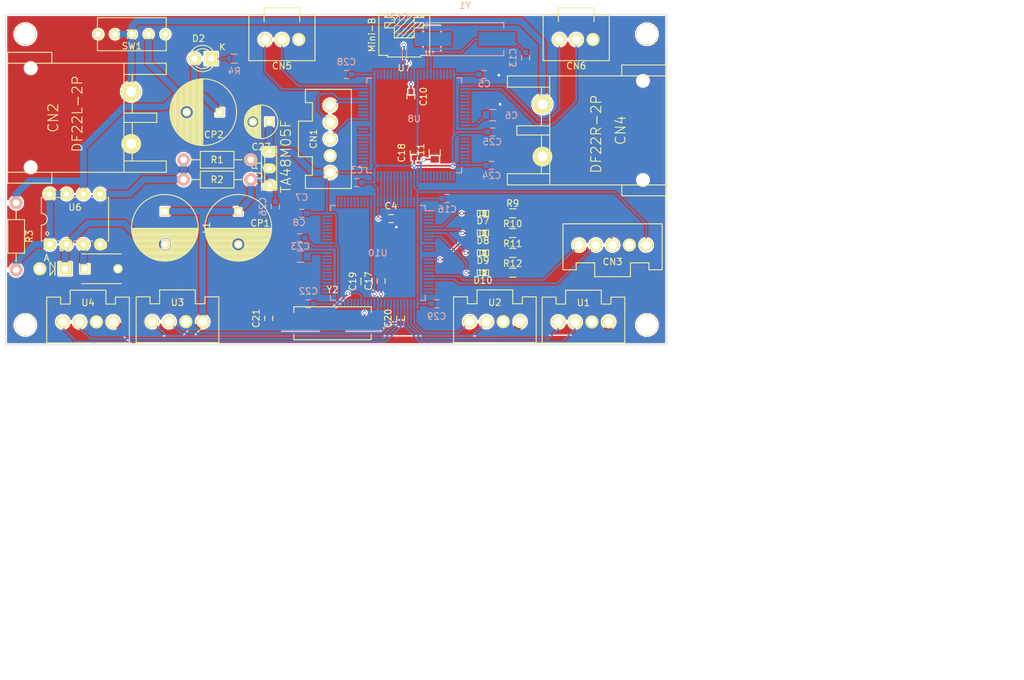
<source format=kicad_pcb>
(kicad_pcb (version 4) (host pcbnew "(2015-07-11 BZR 5925, Git c291b88)-product")
  (layers (0 F.Cu signal) (31 B.Cu signal) (34 B.Paste user) (35 F.Paste user) (36 B.SilkS user) (37 F.SilkS user) (38 B.Mask user) (39 F.Mask user) (44 Edge.Cuts user))
  (net 0 "")
  (net 1 +5V)
  (net 2 GND)
  (net 3 "Net-(C6-Pad1)")
  (net 4 "Net-(C9-Pad1)")
  (net 5 "Net-(C12-Pad1)")
  (net 6 "Net-(C13-Pad1)")
  (net 7 "Net-(C20-Pad1)")
  (net 8 "Net-(C21-Pad1)")
  (net 9 "Net-(C23-Pad1)")
  (net 10 +9V)
  (net 11 "Net-(CN1-Pad1)")
  (net 12 "Net-(CN1-Pad2)")
  (net 13 "Net-(CN1-Pad3)")
  (net 14 "Net-(CN2-Pad1)")
  (net 15 "Net-(CN3-Pad1)")
  (net 16 "Net-(CN3-Pad2)")
  (net 17 "Net-(CN3-Pad3)")
  (net 18 +24V)
  (net 19 "Net-(D1-Pad1)")
  (net 20 Vth)
  (net 21 "Net-(R3-Pad2)")
  (net 22 "Net-(U7-Pad2)")
  (net 23 RX_1)
  (net 24 TX_1)
  (net 25 RX_2)
  (net 26 TX_2)
  (net 27 RX_3)
  (net 28 TX_3)
  (net 29 RX_4)
  (net 30 TX_4)
  (net 31 /bus9)
  (net 32 /bus8)
  (net 33 /bus7)
  (net 34 /bus6)
  (net 35 /bus5)
  (net 36 /bus4)
  (net 37 /bus3)
  (net 38 /bus2)
  (net 39 /bus1)
  (net 40 /bus0)
  (net 41 "Net-(C10-Pad1)")
  (net 42 "Net-(C17-Pad1)")
  (net 43 "Net-(D2-Pad1)")
  (net 44 "Net-(U7-Pad3)")
  (net 45 VCCD1)
  (net 46 VCCD2)
  (net 47 "Net-(CN5-Pad2)")
  (net 48 "Net-(CN5-Pad3)")
  (net 49 "Net-(CN6-Pad2)")
  (net 50 "Net-(CN6-Pad3)")
  (net 51 "Net-(D7-Pad2)")
  (net 52 "Net-(D7-Pad1)")
  (net 53 "Net-(D8-Pad2)")
  (net 54 "Net-(D8-Pad1)")
  (net 55 "Net-(D9-Pad2)")
  (net 56 "Net-(D9-Pad1)")
  (net 57 "Net-(D10-Pad2)")
  (net 58 "Net-(D10-Pad1)")
  (module Capacitors_SMD:C_0603 (layer B.Cu) (at 134.1 83.05 180)
    (fp_text reference C3 (at 0 1.9 180) (layer B.SilkS) (effects (justify mirror)))
    (fp_text value 0.1u)
    (pad 1 smd rect (at -0.75 0 180) (size 0.8 0.75) (layers B.Cu B.Paste B.Mask) (net 1 +5V))
    (pad 2 smd rect (at 0.75 0 180) (size 0.8 0.75) (layers B.Cu B.Paste B.Mask) (net 2 GND))
  )
  (module Capacitors_SMD:C_0603 (layer F.Cu) (at 139.3 88.5)
    (fp_text reference C4 (at 0 -1.9) (layer F.SilkS))
    (fp_text value 0.1u)
    (pad 1 smd rect (at -0.75 0) (size 0.8 0.75) (layers F.Cu F.Paste F.Mask) (net 1 +5V))
    (pad 2 smd rect (at 0.75 0) (size 0.8 0.75) (layers F.Cu F.Paste F.Mask) (net 2 GND))
  )
  (module Capacitors_SMD:C_0603 (layer B.Cu) (at 153.35 66.7)
    (fp_text reference C5 (at 0.05 1.4) (layer B.SilkS) (effects (justify mirror)))
    (fp_text value 0.1u)
    (pad 1 smd rect (at -0.75 0) (size 0.8 0.75) (layers B.Cu B.Paste B.Mask) (net 1 +5V))
    (pad 2 smd rect (at 0.75 0) (size 0.8 0.75) (layers B.Cu B.Paste B.Mask) (net 2 GND))
  )
  (module Capacitors_SMD:C_0805 (layer B.Cu) (at 154.65 72.85)
    (fp_text reference C6 (at 2.85 0.05) (layer B.SilkS) (effects (justify mirror)))
    (fp_text value 1u)
    (pad 1 smd rect (at -1 0) (size 1 1.25) (layers B.Cu B.Paste B.Mask) (net 3 "Net-(C6-Pad1)"))
    (pad 2 smd rect (at 1 0) (size 1 1.25) (layers B.Cu B.Paste B.Mask) (net 2 GND))
  )
  (module Capacitors_SMD:C_0603 (layer B.Cu) (at 125.8 87.7 180)
    (fp_text reference C7 (at 0 2.4 180) (layer B.SilkS) (effects (justify mirror)))
    (fp_text value 0.1u)
    (pad 1 smd rect (at -0.75 0 180) (size 0.8 0.75) (layers B.Cu B.Paste B.Mask) (net 1 +5V))
    (pad 2 smd rect (at 0.75 0 180) (size 0.8 0.75) (layers B.Cu B.Paste B.Mask) (net 2 GND))
  )
  (module Capacitors_SMD:C_0603 (layer B.Cu) (at 125.5 91.4 180)
    (fp_text reference C8 (at 0.1 2.3 180) (layer B.SilkS) (effects (justify mirror)))
    (fp_text value 0.1u)
    (pad 1 smd rect (at -0.75 0 180) (size 0.8 0.75) (layers B.Cu B.Paste B.Mask) (net 1 +5V))
    (pad 2 smd rect (at 0.75 0 180) (size 0.8 0.75) (layers B.Cu B.Paste B.Mask) (net 2 GND))
  )
  (module Capacitors_ThroughHole:C_Disc_D6_P5 (layer F.Cu) (at 93 96.1)
    (fp_text reference C9 (at 2.5 -3.5) (layer F.SilkS))
    (fp_text value 470p)
    (pad 1 thru_hole rect (at 0 0) (size 1.4 1.4) (drill 0.9) (layers *.Cu *.Mask F.SilkS) (net 4 "Net-(C9-Pad1)"))
    (pad 2 thru_hole circle (at 5 0) (size 1.4 1.4) (drill 0.9) (layers *.Cu *.Mask F.SilkS) (net 2 GND))
  )
  (module Capacitors_SMD:C_0603 (layer F.Cu) (at 142.3 70.05 270)
    (fp_text reference C10 (at 0 -1.9 270) (layer F.SilkS))
    (fp_text value 0.1u)
    (pad 1 smd rect (at -0.75 0 270) (size 0.8 0.75) (layers F.Cu F.Paste F.Mask) (net 41 "Net-(C10-Pad1)"))
    (pad 2 smd rect (at 0.75 0 270) (size 0.8 0.75) (layers F.Cu F.Paste F.Mask) (net 2 GND))
  )
  (module Capacitors_SMD:C_0805 (layer F.Cu) (at 145.9 78.55 90)
    (fp_text reference C11 (at 0 -2.1 90) (layer F.SilkS))
    (fp_text value 1u)
    (pad 1 smd rect (at -1 0 90) (size 1 1.25) (layers F.Cu F.Paste F.Mask) (net 45 VCCD1))
    (pad 2 smd rect (at 1 0 90) (size 1 1.25) (layers F.Cu F.Paste F.Mask) (net 2 GND))
  )
  (module Capacitors_SMD:C_0603 (layer B.Cu) (at 140.6 59.9 180)
    (fp_text reference C12 (at 0 1.9 180) (layer B.SilkS) (effects (justify mirror)))
    (fp_text value 12p)
    (pad 1 smd rect (at -0.75 0 180) (size 0.8 0.75) (layers B.Cu B.Paste B.Mask) (net 5 "Net-(C12-Pad1)"))
    (pad 2 smd rect (at 0.75 0 180) (size 0.8 0.75) (layers B.Cu B.Paste B.Mask) (net 2 GND))
  )
  (module Capacitors_SMD:C_0603 (layer B.Cu) (at 159.65 64.15 270)
    (fp_text reference C13 (at 0 1.9 270) (layer B.SilkS) (effects (justify mirror)))
    (fp_text value 12p)
    (pad 1 smd rect (at -0.75 0 270) (size 0.8 0.75) (layers B.Cu B.Paste B.Mask) (net 6 "Net-(C13-Pad1)"))
    (pad 2 smd rect (at 0.75 0 270) (size 0.8 0.75) (layers B.Cu B.Paste B.Mask) (net 2 GND))
  )
  (module Capacitors_SMD:C_0603 (layer B.Cu) (at 147.75 85.45)
    (fp_text reference C16 (at 0.05 1.65) (layer B.SilkS) (effects (justify mirror)))
    (fp_text value 0.1u)
    (pad 1 smd rect (at -0.75 0) (size 0.8 0.75) (layers B.Cu B.Paste B.Mask) (net 1 +5V))
    (pad 2 smd rect (at 0.75 0) (size 0.8 0.75) (layers B.Cu B.Paste B.Mask) (net 2 GND))
  )
  (module Capacitors_SMD:C_0603 (layer F.Cu) (at 137.8 97.95 90)
    (fp_text reference C17 (at 0 -1.9 90) (layer F.SilkS))
    (fp_text value 0.1u)
    (pad 1 smd rect (at -0.75 0 90) (size 0.8 0.75) (layers F.Cu F.Paste F.Mask) (net 42 "Net-(C17-Pad1)"))
    (pad 2 smd rect (at 0.75 0 90) (size 0.8 0.75) (layers F.Cu F.Paste F.Mask) (net 2 GND))
  )
  (module Capacitors_SMD:C_0603 (layer F.Cu) (at 142.8 78.55 90)
    (fp_text reference C18 (at 0 -1.9 90) (layer F.SilkS))
    (fp_text value 0.1u)
    (pad 1 smd rect (at -0.75 0 90) (size 0.8 0.75) (layers F.Cu F.Paste F.Mask) (net 1 +5V))
    (pad 2 smd rect (at 0.75 0 90) (size 0.8 0.75) (layers F.Cu F.Paste F.Mask) (net 2 GND))
  )
  (module Capacitors_SMD:C_0805 (layer F.Cu) (at 135.6 98 90)
    (fp_text reference C19 (at 0 -2.1 90) (layer F.SilkS))
    (fp_text value 1u)
    (pad 1 smd rect (at -1 0 90) (size 1 1.25) (layers F.Cu F.Paste F.Mask) (net 46 VCCD2))
    (pad 2 smd rect (at 1 0 90) (size 1 1.25) (layers F.Cu F.Paste F.Mask) (net 2 GND))
  )
  (module Capacitors_SMD:C_0603 (layer F.Cu) (at 140.75 103.6 90)
    (fp_text reference C20 (at 0 -1.9 90) (layer F.SilkS))
    (fp_text value 12p)
    (pad 1 smd rect (at -0.75 0 90) (size 0.8 0.75) (layers F.Cu F.Paste F.Mask) (net 7 "Net-(C20-Pad1)"))
    (pad 2 smd rect (at 0.75 0 90) (size 0.8 0.75) (layers F.Cu F.Paste F.Mask) (net 2 GND))
  )
  (module Capacitors_SMD:C_0603 (layer F.Cu) (at 120.8 103.6 90)
    (fp_text reference C21 (at 0 -1.9 90) (layer F.SilkS))
    (fp_text value 12p)
    (pad 1 smd rect (at -0.75 0 90) (size 0.8 0.75) (layers F.Cu F.Paste F.Mask) (net 8 "Net-(C21-Pad1)"))
    (pad 2 smd rect (at 0.75 0 90) (size 0.8 0.75) (layers F.Cu F.Paste F.Mask) (net 2 GND))
  )
  (module Capacitors_SMD:C_0603 (layer B.Cu) (at 126.8 101.4 180)
    (fp_text reference C22 (at 0 1.9 180) (layer B.SilkS) (effects (justify mirror)))
    (fp_text value 0.1u)
    (pad 1 smd rect (at -0.75 0 180) (size 0.8 0.75) (layers B.Cu B.Paste B.Mask) (net 1 +5V))
    (pad 2 smd rect (at 0.75 0 180) (size 0.8 0.75) (layers B.Cu B.Paste B.Mask) (net 2 GND))
  )
  (module Capacitors_SMD:C_0805 (layer B.Cu) (at 125.6 94.25 180)
    (fp_text reference C23 (at 0 1.55 180) (layer B.SilkS) (effects (justify mirror)))
    (fp_text value 1u)
    (pad 1 smd rect (at -1 0 180) (size 1 1.25) (layers B.Cu B.Paste B.Mask) (net 9 "Net-(C23-Pad1)"))
    (pad 2 smd rect (at 1 0 180) (size 1 1.25) (layers B.Cu B.Paste B.Mask) (net 2 GND))
  )
  (module Capacitors_SMD:C_0603 (layer B.Cu) (at 154.45 80.45)
    (fp_text reference C24 (at 0.05 1.55) (layer B.SilkS) (effects (justify mirror)))
    (fp_text value 0.1u)
    (pad 1 smd rect (at -0.75 0) (size 0.8 0.75) (layers B.Cu B.Paste B.Mask) (net 1 +5V))
    (pad 2 smd rect (at 0.75 0) (size 0.8 0.75) (layers B.Cu B.Paste B.Mask) (net 2 GND))
  )
  (module Capacitors_SMD:C_0603 (layer B.Cu) (at 154.65 75.4)
    (fp_text reference C25 (at -0.05 1.5) (layer B.SilkS) (effects (justify mirror)))
    (fp_text value 0.1u)
    (pad 1 smd rect (at -0.75 0) (size 0.8 0.75) (layers B.Cu B.Paste B.Mask) (net 1 +5V))
    (pad 2 smd rect (at 0.75 0) (size 0.8 0.75) (layers B.Cu B.Paste B.Mask) (net 2 GND))
  )
  (module Capacitors_SMD:C_0603 (layer B.Cu) (at 121.8 86.7 270)
    (fp_text reference C26 (at 0 1.9 270) (layer B.SilkS) (effects (justify mirror)))
    (fp_text value 0.1u)
    (pad 1 smd rect (at -0.75 0 270) (size 0.8 0.75) (layers B.Cu B.Paste B.Mask) (net 10 +9V))
    (pad 2 smd rect (at 0.75 0 270) (size 0.8 0.75) (layers B.Cu B.Paste B.Mask) (net 2 GND))
  )
  (module Capacitors_SMD:C_0603 (layer B.Cu) (at 132.55 66.7 180)
    (fp_text reference C28 (at 0 1.9 180) (layer B.SilkS) (effects (justify mirror)))
    (fp_text value 0.1u)
    (pad 1 smd rect (at -0.75 0 180) (size 0.8 0.75) (layers B.Cu B.Paste B.Mask) (net 1 +5V))
    (pad 2 smd rect (at 0.75 0 180) (size 0.8 0.75) (layers B.Cu B.Paste B.Mask) (net 2 GND))
  )
  (module Capacitors_SMD:C_0603 (layer B.Cu) (at 146.2 101.4)
    (fp_text reference C29 (at 0 1.9) (layer B.SilkS) (effects (justify mirror)))
    (fp_text value 0.1u)
    (pad 1 smd rect (at -0.75 0) (size 0.8 0.75) (layers B.Cu B.Paste B.Mask) (net 1 +5V))
    (pad 2 smd rect (at 0.75 0) (size 0.8 0.75) (layers B.Cu B.Paste B.Mask) (net 2 GND))
  )
  (module user_conn:CONN_RED_2P (layer F.Cu) (at 100 77.2 90)
    (fp_text reference CN2 (at 3.94 -11.8 90) (layer F.SilkS) (effects (font (size 1.5 1.5))))
    (fp_text value DF22L-2P (at 4.54 -8.14 90) (layer F.SilkS) (effects (font (size 1.5 1.5))))
    (pad 2 thru_hole circle (at 0 0 90) (size 3 3) (drill 1.5) (layers *.Cu *.Mask F.SilkS) (net 2 GND))
    (pad 1 thru_hole circle (at 7.92 0 90) (size 3 3) (drill 1.5) (layers *.Cu *.Mask F.SilkS) (net 14 "Net-(CN2-Pad1)"))
    (pad "" np_thru_hole circle (at -3.54 -15.2 90) (size 1.7 1.7) (drill 1.7) (layers *.Cu *.Mask F.SilkS))
    (pad "" np_thru_hole circle (at 11.46 -15.2 90) (size 1.7 1.7) (drill 1.7) (layers *.Cu *.Mask F.SilkS))
  )
  (module Resistors_ThroughHole:Resistor_Horizontal_RM10mm (layer F.Cu) (at 113 79.6 180)
    (fp_text reference R1 (at 0 0 180) (layer F.SilkS))
    (fp_text value 1k)
    (pad 1 thru_hole circle (at -5.08 0 180) (size 1.99898 1.99898) (drill 1.00076) (layers *.Cu *.SilkS *.Mask) (net 2 GND))
    (pad 2 thru_hole circle (at 5.08 0 180) (size 1.99898 1.99898) (drill 1.00076) (layers *.Cu *.SilkS *.Mask) (net 20 Vth))
  )
  (module Resistors_ThroughHole:Resistor_Horizontal_RM10mm (layer F.Cu) (at 113 82.6 180)
    (fp_text reference R2 (at 0 0 180) (layer F.SilkS))
    (fp_text value 6.2k)
    (pad 1 thru_hole circle (at -5.08 0 180) (size 1.99898 1.99898) (drill 1.00076) (layers *.Cu *.SilkS *.Mask) (net 10 +9V))
    (pad 2 thru_hole circle (at 5.08 0 180) (size 1.99898 1.99898) (drill 1.00076) (layers *.Cu *.SilkS *.Mask) (net 20 Vth))
  )
  (module Resistors_ThroughHole:Resistor_Horizontal_RM10mm (layer F.Cu) (at 82.6 91.2 270)
    (fp_text reference R3 (at 0 -2 270) (layer F.SilkS))
    (fp_text value 0.33)
    (pad 1 thru_hole circle (at -5.08 0 270) (size 1.99898 1.99898) (drill 1.00076) (layers *.Cu *.SilkS *.Mask) (net 18 +24V))
    (pad 2 thru_hole circle (at 5.08 0 270) (size 1.99898 1.99898) (drill 1.00076) (layers *.Cu *.SilkS *.Mask) (net 21 "Net-(R3-Pad2)"))
  )
  (module Power_Integrations:PDIP-8 (layer F.Cu) (at 91.5 88.6)
    (fp_text reference U6 (at 0 -1.8) (layer F.SilkS))
    (fp_text value NJM2360A)
    (pad 1 thru_hole circle (at -3.81 3.81) (size 1.905 1.905) (drill 0.762) (layers *.Cu *.Mask F.SilkS) (net 21 "Net-(R3-Pad2)"))
    (pad 2 thru_hole circle (at -1.27 3.81) (size 1.905 1.905) (drill 0.762) (layers *.Cu *.Mask F.SilkS) (net 19 "Net-(D1-Pad1)"))
    (pad 3 thru_hole circle (at 1.27 3.81) (size 1.905 1.905) (drill 0.762) (layers *.Cu *.Mask F.SilkS) (net 4 "Net-(C9-Pad1)"))
    (pad 4 thru_hole circle (at 3.81 3.81) (size 1.905 1.905) (drill 0.762) (layers *.Cu *.Mask F.SilkS) (net 2 GND))
    (pad 5 thru_hole circle (at 3.81 -3.81) (size 1.905 1.905) (drill 0.762) (layers *.Cu *.Mask F.SilkS) (net 20 Vth))
    (pad 6 thru_hole circle (at 1.27 -3.81) (size 1.905 1.905) (drill 0.762) (layers *.Cu *.Mask F.SilkS) (net 18 +24V))
    (pad 7 thru_hole circle (at -1.27 -3.81) (size 1.905 1.905) (drill 0.762) (layers *.Cu *.Mask F.SilkS) (net 21 "Net-(R3-Pad2)"))
    (pad 8 thru_hole circle (at -3.81 -3.81) (size 1.905 1.905) (drill 0.762) (layers *.Cu *.Mask F.SilkS) (net 21 "Net-(R3-Pad2)"))
  )
  (module Housings_QFP:TQFP-100_14x14mm_Pitch0.5mm (layer B.Cu) (at 142.8 74.4)
    (fp_text reference U8 (at 0 -1) (layer B.SilkS) (effects (justify mirror)))
    (fp_text value PSOC3_CY8C38_FAMILY_100)
    (pad 1 smd rect (at -7.7 6) (size 1.5 0.3) (layers B.Cu B.Paste B.Mask))
    (pad 2 smd rect (at -7.7 5.5) (size 1.5 0.3) (layers B.Cu B.Paste B.Mask))
    (pad 3 smd rect (at -7.7 5) (size 1.5 0.3) (layers B.Cu B.Paste B.Mask))
    (pad 4 smd rect (at -7.7 4.5) (size 1.5 0.3) (layers B.Cu B.Paste B.Mask))
    (pad 5 smd rect (at -7.7 4) (size 1.5 0.3) (layers B.Cu B.Paste B.Mask))
    (pad 6 smd rect (at -7.7 3.5) (size 1.5 0.3) (layers B.Cu B.Paste B.Mask))
    (pad 7 smd rect (at -7.7 3) (size 1.5 0.3) (layers B.Cu B.Paste B.Mask))
    (pad 8 smd rect (at -7.7 2.5) (size 1.5 0.3) (layers B.Cu B.Paste B.Mask))
    (pad 9 smd rect (at -7.7 2) (size 1.5 0.3) (layers B.Cu B.Paste B.Mask))
    (pad 10 smd rect (at -7.7 1.5) (size 1.5 0.3) (layers B.Cu B.Paste B.Mask) (net 2 GND))
    (pad 11 smd rect (at -7.7 1) (size 1.5 0.3) (layers B.Cu B.Paste B.Mask))
    (pad 12 smd rect (at -7.7 0.5) (size 1.5 0.3) (layers B.Cu B.Paste B.Mask))
    (pad 13 smd rect (at -7.7 0) (size 1.5 0.3) (layers B.Cu B.Paste B.Mask) (net 2 GND))
    (pad 14 smd rect (at -7.7 -0.5) (size 1.5 0.3) (layers B.Cu B.Paste B.Mask) (net 2 GND))
    (pad 15 smd rect (at -7.7 -1) (size 1.5 0.3) (layers B.Cu B.Paste B.Mask) (net 13 "Net-(CN1-Pad3)"))
    (pad 16 smd rect (at -7.7 -1.5) (size 1.5 0.3) (layers B.Cu B.Paste B.Mask))
    (pad 17 smd rect (at -7.7 -2) (size 1.5 0.3) (layers B.Cu B.Paste B.Mask))
    (pad 18 smd rect (at -7.7 -2.5) (size 1.5 0.3) (layers B.Cu B.Paste B.Mask))
    (pad 19 smd rect (at -7.7 -3) (size 1.5 0.3) (layers B.Cu B.Paste B.Mask))
    (pad 20 smd rect (at -7.7 -3.5) (size 1.5 0.3) (layers B.Cu B.Paste B.Mask) (net 11 "Net-(CN1-Pad1)"))
    (pad 21 smd rect (at -7.7 -4) (size 1.5 0.3) (layers B.Cu B.Paste B.Mask) (net 12 "Net-(CN1-Pad2)"))
    (pad 22 smd rect (at -7.7 -4.5) (size 1.5 0.3) (layers B.Cu B.Paste B.Mask))
    (pad 23 smd rect (at -7.7 -5) (size 1.5 0.3) (layers B.Cu B.Paste B.Mask))
    (pad 24 smd rect (at -7.7 -5.5) (size 1.5 0.3) (layers B.Cu B.Paste B.Mask) (net 48 "Net-(CN5-Pad3)"))
    (pad 25 smd rect (at -7.7 -6) (size 1.5 0.3) (layers B.Cu B.Paste B.Mask) (net 47 "Net-(CN5-Pad2)"))
    (pad 26 smd rect (at -6 -7.7 270) (size 1.5 0.3) (layers B.Cu B.Paste B.Mask) (net 1 +5V))
    (pad 27 smd rect (at -5.5 -7.7 270) (size 1.5 0.3) (layers B.Cu B.Paste B.Mask))
    (pad 28 smd rect (at -5 -7.7 270) (size 1.5 0.3) (layers B.Cu B.Paste B.Mask))
    (pad 29 smd rect (at -4.5 -7.7 270) (size 1.5 0.3) (layers B.Cu B.Paste B.Mask))
    (pad 30 smd rect (at -4 -7.7 270) (size 1.5 0.3) (layers B.Cu B.Paste B.Mask))
    (pad 31 smd rect (at -3.5 -7.7 270) (size 1.5 0.3) (layers B.Cu B.Paste B.Mask))
    (pad 32 smd rect (at -3 -7.7 270) (size 1.5 0.3) (layers B.Cu B.Paste B.Mask))
    (pad 33 smd rect (at -2.5 -7.7 270) (size 1.5 0.3) (layers B.Cu B.Paste B.Mask))
    (pad 34 smd rect (at -2 -7.7 270) (size 1.5 0.3) (layers B.Cu B.Paste B.Mask))
    (pad 35 smd rect (at -1.5 -7.7 270) (size 1.5 0.3) (layers B.Cu B.Paste B.Mask) (net 44 "Net-(U7-Pad3)"))
    (pad 36 smd rect (at -1 -7.7 270) (size 1.5 0.3) (layers B.Cu B.Paste B.Mask) (net 22 "Net-(U7-Pad2)"))
    (pad 37 smd rect (at -0.5 -7.7 270) (size 1.5 0.3) (layers B.Cu B.Paste B.Mask) (net 41 "Net-(C10-Pad1)"))
    (pad 38 smd rect (at 0 -7.7 270) (size 1.5 0.3) (layers B.Cu B.Paste B.Mask) (net 2 GND))
    (pad 39 smd rect (at 0.5 -7.7 270) (size 1.5 0.3) (layers B.Cu B.Paste B.Mask) (net 45 VCCD1))
    (pad 40 smd rect (at 1 -7.7 270) (size 1.5 0.3) (layers B.Cu B.Paste B.Mask))
    (pad 41 smd rect (at 1.5 -7.7 270) (size 1.5 0.3) (layers B.Cu B.Paste B.Mask))
    (pad 42 smd rect (at 2 -7.7 270) (size 1.5 0.3) (layers B.Cu B.Paste B.Mask) (net 5 "Net-(C12-Pad1)"))
    (pad 43 smd rect (at 2.5 -7.7 270) (size 1.5 0.3) (layers B.Cu B.Paste B.Mask) (net 6 "Net-(C13-Pad1)"))
    (pad 44 smd rect (at 3 -7.7 270) (size 1.5 0.3) (layers B.Cu B.Paste B.Mask))
    (pad 45 smd rect (at 3.5 -7.7 270) (size 1.5 0.3) (layers B.Cu B.Paste B.Mask))
    (pad 46 smd rect (at 4 -7.7 270) (size 1.5 0.3) (layers B.Cu B.Paste B.Mask))
    (pad 47 smd rect (at 4.5 -7.7 270) (size 1.5 0.3) (layers B.Cu B.Paste B.Mask))
    (pad 48 smd rect (at 5 -7.7 270) (size 1.5 0.3) (layers B.Cu B.Paste B.Mask))
    (pad 49 smd rect (at 5.5 -7.7 270) (size 1.5 0.3) (layers B.Cu B.Paste B.Mask))
    (pad 50 smd rect (at 6 -7.7 270) (size 1.5 0.3) (layers B.Cu B.Paste B.Mask) (net 1 +5V))
    (pad 51 smd rect (at 7.7 -6) (size 1.5 0.3) (layers B.Cu B.Paste B.Mask) (net 50 "Net-(CN6-Pad3)"))
    (pad 52 smd rect (at 7.7 -5.5) (size 1.5 0.3) (layers B.Cu B.Paste B.Mask) (net 49 "Net-(CN6-Pad2)"))
    (pad 53 smd rect (at 7.7 -5) (size 1.5 0.3) (layers B.Cu B.Paste B.Mask))
    (pad 54 smd rect (at 7.7 -4.5) (size 1.5 0.3) (layers B.Cu B.Paste B.Mask))
    (pad 55 smd rect (at 7.7 -4) (size 1.5 0.3) (layers B.Cu B.Paste B.Mask))
    (pad 56 smd rect (at 7.7 -3.5) (size 1.5 0.3) (layers B.Cu B.Paste B.Mask))
    (pad 57 smd rect (at 7.7 -3) (size 1.5 0.3) (layers B.Cu B.Paste B.Mask))
    (pad 58 smd rect (at 7.7 -2.5) (size 1.5 0.3) (layers B.Cu B.Paste B.Mask))
    (pad 59 smd rect (at 7.7 -2) (size 1.5 0.3) (layers B.Cu B.Paste B.Mask))
    (pad 60 smd rect (at 7.7 -1.5) (size 1.5 0.3) (layers B.Cu B.Paste B.Mask))
    (pad 61 smd rect (at 7.7 -1) (size 1.5 0.3) (layers B.Cu B.Paste B.Mask))
    (pad 62 smd rect (at 7.7 -0.5) (size 1.5 0.3) (layers B.Cu B.Paste B.Mask))
    (pad 63 smd rect (at 7.7 0) (size 1.5 0.3) (layers B.Cu B.Paste B.Mask) (net 3 "Net-(C6-Pad1)"))
    (pad 64 smd rect (at 7.7 0.5) (size 1.5 0.3) (layers B.Cu B.Paste B.Mask) (net 2 GND))
    (pad 65 smd rect (at 7.7 1) (size 1.5 0.3) (layers B.Cu B.Paste B.Mask) (net 1 +5V))
    (pad 66 smd rect (at 7.7 1.5) (size 1.5 0.3) (layers B.Cu B.Paste B.Mask) (net 2 GND))
    (pad 67 smd rect (at 7.7 2) (size 1.5 0.3) (layers B.Cu B.Paste B.Mask))
    (pad 68 smd rect (at 7.7 2.5) (size 1.5 0.3) (layers B.Cu B.Paste B.Mask))
    (pad 69 smd rect (at 7.7 3) (size 1.5 0.3) (layers B.Cu B.Paste B.Mask))
    (pad 70 smd rect (at 7.7 3.5) (size 1.5 0.3) (layers B.Cu B.Paste B.Mask))
    (pad 71 smd rect (at 7.7 4) (size 1.5 0.3) (layers B.Cu B.Paste B.Mask))
    (pad 72 smd rect (at 7.7 4.5) (size 1.5 0.3) (layers B.Cu B.Paste B.Mask))
    (pad 73 smd rect (at 7.7 5) (size 1.5 0.3) (layers B.Cu B.Paste B.Mask))
    (pad 74 smd rect (at 7.7 5.5) (size 1.5 0.3) (layers B.Cu B.Paste B.Mask))
    (pad 75 smd rect (at 7.7 6) (size 1.5 0.3) (layers B.Cu B.Paste B.Mask) (net 1 +5V))
    (pad 76 smd rect (at 6 7.7 270) (size 1.5 0.3) (layers B.Cu B.Paste B.Mask))
    (pad 77 smd rect (at 5.5 7.7 270) (size 1.5 0.3) (layers B.Cu B.Paste B.Mask))
    (pad 78 smd rect (at 5 7.7 270) (size 1.5 0.3) (layers B.Cu B.Paste B.Mask))
    (pad 79 smd rect (at 4.5 7.7 270) (size 1.5 0.3) (layers B.Cu B.Paste B.Mask))
    (pad 80 smd rect (at 4 7.7 270) (size 1.5 0.3) (layers B.Cu B.Paste B.Mask))
    (pad 81 smd rect (at 3.5 7.7 270) (size 1.5 0.3) (layers B.Cu B.Paste B.Mask))
    (pad 82 smd rect (at 3 7.7 270) (size 1.5 0.3) (layers B.Cu B.Paste B.Mask))
    (pad 83 smd rect (at 2.5 7.7 270) (size 1.5 0.3) (layers B.Cu B.Paste B.Mask))
    (pad 84 smd rect (at 2 7.7 270) (size 1.5 0.3) (layers B.Cu B.Paste B.Mask))
    (pad 85 smd rect (at 1.5 7.7 270) (size 1.5 0.3) (layers B.Cu B.Paste B.Mask))
    (pad 86 smd rect (at 1 7.7 270) (size 1.5 0.3) (layers B.Cu B.Paste B.Mask) (net 45 VCCD1))
    (pad 87 smd rect (at 0.5 7.7 270) (size 1.5 0.3) (layers B.Cu B.Paste B.Mask) (net 2 GND))
    (pad 88 smd rect (at 0 7.7 270) (size 1.5 0.3) (layers B.Cu B.Paste B.Mask) (net 1 +5V))
    (pad 89 smd rect (at -0.5 7.7 270) (size 1.5 0.3) (layers B.Cu B.Paste B.Mask) (net 31 /bus9))
    (pad 90 smd rect (at -1 7.7 270) (size 1.5 0.3) (layers B.Cu B.Paste B.Mask) (net 32 /bus8))
    (pad 91 smd rect (at -1.5 7.7 270) (size 1.5 0.3) (layers B.Cu B.Paste B.Mask) (net 33 /bus7))
    (pad 92 smd rect (at -2 7.7 270) (size 1.5 0.3) (layers B.Cu B.Paste B.Mask) (net 34 /bus6))
    (pad 93 smd rect (at -2.5 7.7 270) (size 1.5 0.3) (layers B.Cu B.Paste B.Mask) (net 35 /bus5))
    (pad 94 smd rect (at -3 7.7 270) (size 1.5 0.3) (layers B.Cu B.Paste B.Mask) (net 36 /bus4))
    (pad 95 smd rect (at -3.5 7.7 270) (size 1.5 0.3) (layers B.Cu B.Paste B.Mask) (net 37 /bus3))
    (pad 96 smd rect (at -4 7.7 270) (size 1.5 0.3) (layers B.Cu B.Paste B.Mask) (net 38 /bus2))
    (pad 97 smd rect (at -4.5 7.7 270) (size 1.5 0.3) (layers B.Cu B.Paste B.Mask) (net 39 /bus1))
    (pad 98 smd rect (at -5 7.7 270) (size 1.5 0.3) (layers B.Cu B.Paste B.Mask) (net 40 /bus0))
    (pad 99 smd rect (at -5.5 7.7 270) (size 1.5 0.3) (layers B.Cu B.Paste B.Mask))
    (pad 100 smd rect (at -6 7.7 270) (size 1.5 0.3) (layers B.Cu B.Paste B.Mask) (net 1 +5V))
  )
  (module Housings_QFP:TQFP-100_14x14mm_Pitch0.5mm (layer B.Cu) (at 137.3 93.7 180)
    (fp_text reference U10 (at 0 0 180) (layer B.SilkS) (effects (justify mirror)))
    (fp_text value PSOC3_CY8C38_FAMILY_100)
    (pad 1 smd rect (at -7.7 6 180) (size 1.5 0.3) (layers B.Cu B.Paste B.Mask))
    (pad 2 smd rect (at -7.7 5.5 180) (size 1.5 0.3) (layers B.Cu B.Paste B.Mask))
    (pad 3 smd rect (at -7.7 5 180) (size 1.5 0.3) (layers B.Cu B.Paste B.Mask))
    (pad 4 smd rect (at -7.7 4.5 180) (size 1.5 0.3) (layers B.Cu B.Paste B.Mask))
    (pad 5 smd rect (at -7.7 4 180) (size 1.5 0.3) (layers B.Cu B.Paste B.Mask) (net 51 "Net-(D7-Pad2)"))
    (pad 6 smd rect (at -7.7 3.5 180) (size 1.5 0.3) (layers B.Cu B.Paste B.Mask) (net 53 "Net-(D8-Pad2)"))
    (pad 7 smd rect (at -7.7 3 180) (size 1.5 0.3) (layers B.Cu B.Paste B.Mask) (net 55 "Net-(D9-Pad2)"))
    (pad 8 smd rect (at -7.7 2.5 180) (size 1.5 0.3) (layers B.Cu B.Paste B.Mask) (net 57 "Net-(D10-Pad2)"))
    (pad 9 smd rect (at -7.7 2 180) (size 1.5 0.3) (layers B.Cu B.Paste B.Mask))
    (pad 10 smd rect (at -7.7 1.5 180) (size 1.5 0.3) (layers B.Cu B.Paste B.Mask) (net 2 GND))
    (pad 11 smd rect (at -7.7 1 180) (size 1.5 0.3) (layers B.Cu B.Paste B.Mask))
    (pad 12 smd rect (at -7.7 0.5 180) (size 1.5 0.3) (layers B.Cu B.Paste B.Mask))
    (pad 13 smd rect (at -7.7 0 180) (size 1.5 0.3) (layers B.Cu B.Paste B.Mask) (net 2 GND))
    (pad 14 smd rect (at -7.7 -0.5 180) (size 1.5 0.3) (layers B.Cu B.Paste B.Mask) (net 2 GND))
    (pad 15 smd rect (at -7.7 -1 180) (size 1.5 0.3) (layers B.Cu B.Paste B.Mask) (net 17 "Net-(CN3-Pad3)"))
    (pad 16 smd rect (at -7.7 -1.5 180) (size 1.5 0.3) (layers B.Cu B.Paste B.Mask))
    (pad 17 smd rect (at -7.7 -2 180) (size 1.5 0.3) (layers B.Cu B.Paste B.Mask))
    (pad 18 smd rect (at -7.7 -2.5 180) (size 1.5 0.3) (layers B.Cu B.Paste B.Mask))
    (pad 19 smd rect (at -7.7 -3 180) (size 1.5 0.3) (layers B.Cu B.Paste B.Mask))
    (pad 20 smd rect (at -7.7 -3.5 180) (size 1.5 0.3) (layers B.Cu B.Paste B.Mask) (net 15 "Net-(CN3-Pad1)"))
    (pad 21 smd rect (at -7.7 -4 180) (size 1.5 0.3) (layers B.Cu B.Paste B.Mask) (net 16 "Net-(CN3-Pad2)"))
    (pad 22 smd rect (at -7.7 -4.5 180) (size 1.5 0.3) (layers B.Cu B.Paste B.Mask))
    (pad 23 smd rect (at -7.7 -5 180) (size 1.5 0.3) (layers B.Cu B.Paste B.Mask))
    (pad 24 smd rect (at -7.7 -5.5 180) (size 1.5 0.3) (layers B.Cu B.Paste B.Mask))
    (pad 25 smd rect (at -7.7 -6 180) (size 1.5 0.3) (layers B.Cu B.Paste B.Mask))
    (pad 26 smd rect (at -6 -7.7 90) (size 1.5 0.3) (layers B.Cu B.Paste B.Mask) (net 1 +5V))
    (pad 27 smd rect (at -5.5 -7.7 90) (size 1.5 0.3) (layers B.Cu B.Paste B.Mask) (net 25 RX_2))
    (pad 28 smd rect (at -5 -7.7 90) (size 1.5 0.3) (layers B.Cu B.Paste B.Mask) (net 26 TX_2))
    (pad 29 smd rect (at -4.5 -7.7 90) (size 1.5 0.3) (layers B.Cu B.Paste B.Mask) (net 23 RX_1))
    (pad 30 smd rect (at -4 -7.7 90) (size 1.5 0.3) (layers B.Cu B.Paste B.Mask) (net 24 TX_1))
    (pad 31 smd rect (at -3.5 -7.7 90) (size 1.5 0.3) (layers B.Cu B.Paste B.Mask) (net 29 RX_4))
    (pad 32 smd rect (at -3 -7.7 90) (size 1.5 0.3) (layers B.Cu B.Paste B.Mask) (net 30 TX_4))
    (pad 33 smd rect (at -2.5 -7.7 90) (size 1.5 0.3) (layers B.Cu B.Paste B.Mask) (net 27 RX_3))
    (pad 34 smd rect (at -2 -7.7 90) (size 1.5 0.3) (layers B.Cu B.Paste B.Mask) (net 28 TX_3))
    (pad 35 smd rect (at -1.5 -7.7 90) (size 1.5 0.3) (layers B.Cu B.Paste B.Mask))
    (pad 36 smd rect (at -1 -7.7 90) (size 1.5 0.3) (layers B.Cu B.Paste B.Mask))
    (pad 37 smd rect (at -0.5 -7.7 90) (size 1.5 0.3) (layers B.Cu B.Paste B.Mask) (net 42 "Net-(C17-Pad1)"))
    (pad 38 smd rect (at 0 -7.7 90) (size 1.5 0.3) (layers B.Cu B.Paste B.Mask) (net 2 GND))
    (pad 39 smd rect (at 0.5 -7.7 90) (size 1.5 0.3) (layers B.Cu B.Paste B.Mask) (net 46 VCCD2))
    (pad 40 smd rect (at 1 -7.7 90) (size 1.5 0.3) (layers B.Cu B.Paste B.Mask))
    (pad 41 smd rect (at 1.5 -7.7 90) (size 1.5 0.3) (layers B.Cu B.Paste B.Mask))
    (pad 42 smd rect (at 2 -7.7 90) (size 1.5 0.3) (layers B.Cu B.Paste B.Mask) (net 7 "Net-(C20-Pad1)"))
    (pad 43 smd rect (at 2.5 -7.7 90) (size 1.5 0.3) (layers B.Cu B.Paste B.Mask) (net 8 "Net-(C21-Pad1)"))
    (pad 44 smd rect (at 3 -7.7 90) (size 1.5 0.3) (layers B.Cu B.Paste B.Mask))
    (pad 45 smd rect (at 3.5 -7.7 90) (size 1.5 0.3) (layers B.Cu B.Paste B.Mask))
    (pad 46 smd rect (at 4 -7.7 90) (size 1.5 0.3) (layers B.Cu B.Paste B.Mask))
    (pad 47 smd rect (at 4.5 -7.7 90) (size 1.5 0.3) (layers B.Cu B.Paste B.Mask))
    (pad 48 smd rect (at 5 -7.7 90) (size 1.5 0.3) (layers B.Cu B.Paste B.Mask))
    (pad 49 smd rect (at 5.5 -7.7 90) (size 1.5 0.3) (layers B.Cu B.Paste B.Mask))
    (pad 50 smd rect (at 6 -7.7 90) (size 1.5 0.3) (layers B.Cu B.Paste B.Mask) (net 1 +5V))
    (pad 51 smd rect (at 7.7 -6 180) (size 1.5 0.3) (layers B.Cu B.Paste B.Mask))
    (pad 52 smd rect (at 7.7 -5.5 180) (size 1.5 0.3) (layers B.Cu B.Paste B.Mask))
    (pad 53 smd rect (at 7.7 -5 180) (size 1.5 0.3) (layers B.Cu B.Paste B.Mask))
    (pad 54 smd rect (at 7.7 -4.5 180) (size 1.5 0.3) (layers B.Cu B.Paste B.Mask))
    (pad 55 smd rect (at 7.7 -4 180) (size 1.5 0.3) (layers B.Cu B.Paste B.Mask))
    (pad 56 smd rect (at 7.7 -3.5 180) (size 1.5 0.3) (layers B.Cu B.Paste B.Mask))
    (pad 57 smd rect (at 7.7 -3 180) (size 1.5 0.3) (layers B.Cu B.Paste B.Mask))
    (pad 58 smd rect (at 7.7 -2.5 180) (size 1.5 0.3) (layers B.Cu B.Paste B.Mask))
    (pad 59 smd rect (at 7.7 -2 180) (size 1.5 0.3) (layers B.Cu B.Paste B.Mask))
    (pad 60 smd rect (at 7.7 -1.5 180) (size 1.5 0.3) (layers B.Cu B.Paste B.Mask))
    (pad 61 smd rect (at 7.7 -1 180) (size 1.5 0.3) (layers B.Cu B.Paste B.Mask))
    (pad 62 smd rect (at 7.7 -0.5 180) (size 1.5 0.3) (layers B.Cu B.Paste B.Mask))
    (pad 63 smd rect (at 7.7 0 180) (size 1.5 0.3) (layers B.Cu B.Paste B.Mask) (net 9 "Net-(C23-Pad1)"))
    (pad 64 smd rect (at 7.7 0.5 180) (size 1.5 0.3) (layers B.Cu B.Paste B.Mask) (net 2 GND))
    (pad 65 smd rect (at 7.7 1 180) (size 1.5 0.3) (layers B.Cu B.Paste B.Mask) (net 1 +5V))
    (pad 66 smd rect (at 7.7 1.5 180) (size 1.5 0.3) (layers B.Cu B.Paste B.Mask) (net 2 GND))
    (pad 67 smd rect (at 7.7 2 180) (size 1.5 0.3) (layers B.Cu B.Paste B.Mask))
    (pad 68 smd rect (at 7.7 2.5 180) (size 1.5 0.3) (layers B.Cu B.Paste B.Mask))
    (pad 69 smd rect (at 7.7 3 180) (size 1.5 0.3) (layers B.Cu B.Paste B.Mask))
    (pad 70 smd rect (at 7.7 3.5 180) (size 1.5 0.3) (layers B.Cu B.Paste B.Mask))
    (pad 71 smd rect (at 7.7 4 180) (size 1.5 0.3) (layers B.Cu B.Paste B.Mask))
    (pad 72 smd rect (at 7.7 4.5 180) (size 1.5 0.3) (layers B.Cu B.Paste B.Mask))
    (pad 73 smd rect (at 7.7 5 180) (size 1.5 0.3) (layers B.Cu B.Paste B.Mask))
    (pad 74 smd rect (at 7.7 5.5 180) (size 1.5 0.3) (layers B.Cu B.Paste B.Mask))
    (pad 75 smd rect (at 7.7 6 180) (size 1.5 0.3) (layers B.Cu B.Paste B.Mask) (net 1 +5V))
    (pad 76 smd rect (at 6 7.7 90) (size 1.5 0.3) (layers B.Cu B.Paste B.Mask))
    (pad 77 smd rect (at 5.5 7.7 90) (size 1.5 0.3) (layers B.Cu B.Paste B.Mask))
    (pad 78 smd rect (at 5 7.7 90) (size 1.5 0.3) (layers B.Cu B.Paste B.Mask))
    (pad 79 smd rect (at 4.5 7.7 90) (size 1.5 0.3) (layers B.Cu B.Paste B.Mask))
    (pad 80 smd rect (at 4 7.7 90) (size 1.5 0.3) (layers B.Cu B.Paste B.Mask))
    (pad 81 smd rect (at 3.5 7.7 90) (size 1.5 0.3) (layers B.Cu B.Paste B.Mask))
    (pad 82 smd rect (at 3 7.7 90) (size 1.5 0.3) (layers B.Cu B.Paste B.Mask))
    (pad 83 smd rect (at 2.5 7.7 90) (size 1.5 0.3) (layers B.Cu B.Paste B.Mask))
    (pad 84 smd rect (at 2 7.7 90) (size 1.5 0.3) (layers B.Cu B.Paste B.Mask))
    (pad 85 smd rect (at 1.5 7.7 90) (size 1.5 0.3) (layers B.Cu B.Paste B.Mask))
    (pad 86 smd rect (at 1 7.7 90) (size 1.5 0.3) (layers B.Cu B.Paste B.Mask) (net 46 VCCD2))
    (pad 87 smd rect (at 0.5 7.7 90) (size 1.5 0.3) (layers B.Cu B.Paste B.Mask) (net 2 GND))
    (pad 88 smd rect (at 0 7.7 90) (size 1.5 0.3) (layers B.Cu B.Paste B.Mask) (net 1 +5V))
    (pad 89 smd rect (at -0.5 7.7 90) (size 1.5 0.3) (layers B.Cu B.Paste B.Mask) (net 40 /bus0))
    (pad 90 smd rect (at -1 7.7 90) (size 1.5 0.3) (layers B.Cu B.Paste B.Mask) (net 39 /bus1))
    (pad 91 smd rect (at -1.5 7.7 90) (size 1.5 0.3) (layers B.Cu B.Paste B.Mask) (net 38 /bus2))
    (pad 92 smd rect (at -2 7.7 90) (size 1.5 0.3) (layers B.Cu B.Paste B.Mask) (net 37 /bus3))
    (pad 93 smd rect (at -2.5 7.7 90) (size 1.5 0.3) (layers B.Cu B.Paste B.Mask) (net 36 /bus4))
    (pad 94 smd rect (at -3 7.7 90) (size 1.5 0.3) (layers B.Cu B.Paste B.Mask) (net 35 /bus5))
    (pad 95 smd rect (at -3.5 7.7 90) (size 1.5 0.3) (layers B.Cu B.Paste B.Mask) (net 34 /bus6))
    (pad 96 smd rect (at -4 7.7 90) (size 1.5 0.3) (layers B.Cu B.Paste B.Mask) (net 33 /bus7))
    (pad 97 smd rect (at -4.5 7.7 90) (size 1.5 0.3) (layers B.Cu B.Paste B.Mask) (net 32 /bus8))
    (pad 98 smd rect (at -5 7.7 90) (size 1.5 0.3) (layers B.Cu B.Paste B.Mask) (net 31 /bus9))
    (pad 99 smd rect (at -5.5 7.7 90) (size 1.5 0.3) (layers B.Cu B.Paste B.Mask))
    (pad 100 smd rect (at -6 7.7 90) (size 1.5 0.3) (layers B.Cu B.Paste B.Mask) (net 1 +5V))
  )
  (module Crystals:Crystal_HC49-SD_SMD (layer B.Cu) (at 150.5 61.35 180)
    (fp_text reference Y1 (at 0 5.08 180) (layer B.SilkS) (effects (justify mirror)))
    (fp_text value Crystal)
    (pad 1 smd rect (at -4.84886 0 180) (size 5.6007 2.10058) (layers B.Cu B.Paste B.Mask) (net 6 "Net-(C13-Pad1)"))
    (pad 2 smd rect (at 4.84886 0 180) (size 5.6007 2.10058) (layers B.Cu B.Paste B.Mask) (net 5 "Net-(C12-Pad1)"))
  )
  (module Crystals:Crystal_HC49-SD_SMD (layer F.Cu) (at 130.45 104.35)
    (fp_text reference Y2 (at 0 -5.08) (layer F.SilkS))
    (fp_text value Crystal)
    (pad 1 smd rect (at -4.84886 0) (size 5.6007 2.10058) (layers F.Cu F.Paste F.Mask) (net 8 "Net-(C21-Pad1)"))
    (pad 2 smd rect (at 4.84886 0) (size 5.6007 2.10058) (layers F.Cu F.Paste F.Mask) (net 7 "Net-(C20-Pad1)"))
  )
  (module user_conn:DF1E-5P_Streight (layer F.Cu) (at 130.1 76.45 270)
    (fp_text reference CN1 (at 0 2.54 270) (layer F.SilkS))
    (fp_text value CONN_WHITE_5)
    (pad 1 thru_hole circle (at -5.08 0 270) (size 2 2) (drill 1.3) (layers *.Cu *.Mask F.SilkS) (net 11 "Net-(CN1-Pad1)"))
    (pad 2 thru_hole circle (at -2.54 0 270) (size 2 2) (drill 1.3) (layers *.Cu *.Mask F.SilkS) (net 12 "Net-(CN1-Pad2)"))
    (pad 3 thru_hole circle (at 0 0 270) (size 2 2) (drill 1.3) (layers *.Cu *.Mask F.SilkS) (net 13 "Net-(CN1-Pad3)"))
    (pad 4 thru_hole circle (at 2.54 0 270) (size 2 2) (drill 1.3) (layers *.Cu *.Mask F.SilkS) (net 2 GND))
    (pad 5 thru_hole circle (at 5.08 0 270) (size 2 2) (drill 1.3) (layers *.Cu *.Mask F.SilkS) (net 1 +5V))
  )
  (module user_conn:DF1E-5P_Streight (layer F.Cu) (at 172.8 92.5)
    (fp_text reference CN3 (at 0 2.54) (layer F.SilkS))
    (fp_text value CONN_WHITE_5)
    (pad 1 thru_hole circle (at -5.08 0) (size 2 2) (drill 1.3) (layers *.Cu *.Mask F.SilkS) (net 15 "Net-(CN3-Pad1)"))
    (pad 2 thru_hole circle (at -2.54 0) (size 2 2) (drill 1.3) (layers *.Cu *.Mask F.SilkS) (net 16 "Net-(CN3-Pad2)"))
    (pad 3 thru_hole circle (at 0 0) (size 2 2) (drill 1.3) (layers *.Cu *.Mask F.SilkS) (net 17 "Net-(CN3-Pad3)"))
    (pad 4 thru_hole circle (at 2.54 0) (size 2 2) (drill 1.3) (layers *.Cu *.Mask F.SilkS) (net 2 GND))
    (pad 5 thru_hole circle (at 5.08 0) (size 2 2) (drill 1.3) (layers *.Cu *.Mask F.SilkS) (net 1 +5V))
  )
  (module user_IC:TO-251 (layer F.Cu) (at 120.9 80.9 90)
    (fp_text reference U5 (at -0.4 -1.8 90) (layer F.SilkS) (effects (font (size 1.5 1.5))))
    (fp_text value TA48M05F (at 1.8 2.5 90) (layer F.SilkS) (effects (font (size 1.5 1.5))))
    (pad 1 thru_hole oval (at -2.54 0 90) (size 1.5 2) (drill 0.7) (layers *.Cu *.Mask F.SilkS) (net 10 +9V))
    (pad 2 thru_hole oval (at 2.54 0 90) (size 1.5 2) (drill 0.7) (layers *.Cu *.Mask F.SilkS) (net 1 +5V))
    (pad 3 thru_hole oval (at 0 0 90) (size 1.5 2) (drill 0.7) (layers *.Cu *.Mask F.SilkS) (net 2 GND))
  )
  (module Capacitors_ThroughHole:C_Radial_D5_L6_P2.5 (layer F.Cu) (at 120.9 73.85 180)
    (fp_text reference C27 (at 1.25 -3.8 180) (layer F.SilkS))
    (fp_text value 33u)
    (pad 1 thru_hole rect (at 0 0 180) (size 1.3 1.3) (drill 0.8) (layers *.Cu *.Mask F.SilkS) (net 1 +5V))
    (pad 2 thru_hole circle (at 2.5 0 180) (size 1.3 1.3) (drill 0.8) (layers *.Cu *.Mask F.SilkS) (net 2 GND))
  )
  (module Capacitors_ThroughHole:C_Radial_D10_L13_P5 (layer F.Cu) (at 116.2 87.4 270)
    (fp_text reference CP1 (at 1.8 -3.3 540) (layer F.SilkS))
    (fp_text value 470u)
    (pad 1 thru_hole rect (at 0 0 270) (size 1.3 1.3) (drill 0.8) (layers *.Cu *.Mask F.SilkS) (net 10 +9V))
    (pad 2 thru_hole circle (at 5 0 270) (size 1.3 1.3) (drill 0.8) (layers *.Cu *.Mask F.SilkS) (net 2 GND))
  )
  (module Capacitors_ThroughHole:C_Radial_D10_L13_P5 (layer F.Cu) (at 113.4 72.4 180)
    (fp_text reference CP2 (at 0.9 -3.4 180) (layer F.SilkS))
    (fp_text value 100u)
    (pad 1 thru_hole rect (at 0 0 180) (size 1.3 1.3) (drill 0.8) (layers *.Cu *.Mask F.SilkS) (net 18 +24V))
    (pad 2 thru_hole circle (at 5 0 180) (size 1.3 1.3) (drill 0.8) (layers *.Cu *.Mask F.SilkS) (net 2 GND))
  )
  (module user_conn:CONN_RED_2P (layer F.Cu) (at 162.2 71.2 270)
    (fp_text reference CN4 (at 3.94 -11.8 270) (layer F.SilkS) (effects (font (size 1.5 1.5))))
    (fp_text value DF22R-2P (at 4.51 -8.12 270) (layer F.SilkS) (effects (font (size 1.5 1.5))))
    (pad 2 thru_hole circle (at 0 0 270) (size 3 3) (drill 1.5) (layers *.Cu *.Mask F.SilkS) (net 14 "Net-(CN2-Pad1)"))
    (pad 1 thru_hole circle (at 7.92 0 270) (size 3 3) (drill 1.5) (layers *.Cu *.Mask F.SilkS) (net 2 GND))
    (pad "" np_thru_hole circle (at -3.54 -15.2 270) (size 1.7 1.7) (drill 1.7) (layers *.Cu *.Mask F.SilkS))
    (pad "" np_thru_hole circle (at 11.46 -15.2 270) (size 1.7 1.7) (drill 1.7) (layers *.Cu *.Mask F.SilkS))
  )
  (module Diodes_ThroughHole:Diode_DO-41_SOD81_Vertical_AnodeUp (layer F.Cu) (at 90 96.1 180)
    (fp_text reference D1 (at 0 3.175 180) (layer F.SilkS))
    (fp_text value D)
    (fp_text user A (at 2.794 1.651 180) (layer F.SilkS))
    (pad 2 thru_hole circle (at 3.81 0 180) (size 1.99898 1.99898) (drill 1.27) (layers *.Cu *.Mask F.SilkS) (net 2 GND))
    (pad 1 thru_hole rect (at 0 0 180) (size 1.99898 1.99898) (drill 1.00076) (layers *.Cu *.Mask F.SilkS) (net 19 "Net-(D1-Pad1)"))
  )
  (module user_conn:USB_MINI_B_HIROSE (layer F.Cu) (at 141.3 63.65 180)
    (fp_text reference U7 (at 0 -2.05 180) (layer F.SilkS))
    (fp_text value Mini-B (at 4.9 2.95 270) (layer F.SilkS))
    (pad 6 smd rect (at -4.2 2.4 180) (size 2.5 3.8) (layers F.Cu F.Paste F.Mask))
    (pad 5 smd rect (at 4.2 2.4 180) (size 2.5 3.8) (layers F.Cu F.Paste F.Mask) (net 2 GND))
    (pad 3 smd rect (at 0 0 180) (size 0.5 1.4) (layers F.Cu F.Paste F.Mask) (net 44 "Net-(U7-Pad3)"))
    (pad 2 smd rect (at -0.8 0 180) (size 0.5 1.4) (layers F.Cu F.Paste F.Mask) (net 22 "Net-(U7-Pad2)"))
    (pad 4 smd rect (at 0.8 0 180) (size 0.5 1.4) (layers F.Cu F.Paste F.Mask))
    (pad 1 smd rect (at -1.6 0 180) (size 0.5 1.4) (layers F.Cu F.Paste F.Mask))
    (pad 5 smd rect (at 1.6 0 180) (size 0.5 1.4) (layers F.Cu F.Paste F.Mask) (net 2 GND))
  )
  (module user_conn:DF1E-3P_Streight (layer F.Cu) (at 122.8 61.4 180)
    (fp_text reference CN5 (at 0 -4 360) (layer F.SilkS))
    (fp_text value CONN_WHITE_3)
    (pad 1 thru_hole circle (at -2.54 0) (size 2 2) (drill 1.3) (layers *.Cu *.Mask F.SilkS) (net 2 GND))
    (pad 2 thru_hole circle (at 0 0) (size 2 2) (drill 1.3) (layers *.Cu *.Mask F.SilkS) (net 47 "Net-(CN5-Pad2)"))
    (pad 3 thru_hole circle (at 2.54 0) (size 2 2) (drill 1.3) (layers *.Cu *.Mask F.SilkS) (net 48 "Net-(CN5-Pad3)"))
  )
  (module user_conn:DF1E-3P_Streight (layer F.Cu) (at 167.3 61.4 180)
    (fp_text reference CN6 (at 0 -4 360) (layer F.SilkS))
    (fp_text value CONN_WHITE_3)
    (pad 1 thru_hole circle (at -2.54 0) (size 2 2) (drill 1.3) (layers *.Cu *.Mask F.SilkS) (net 2 GND))
    (pad 2 thru_hole circle (at 0 0) (size 2 2) (drill 1.3) (layers *.Cu *.Mask F.SilkS) (net 49 "Net-(CN6-Pad2)"))
    (pad 3 thru_hole circle (at 2.54 0) (size 2 2) (drill 1.3) (layers *.Cu *.Mask F.SilkS) (net 50 "Net-(CN6-Pad3)"))
  )
  (module user_conn:DF1E-4P_Streight (layer F.Cu) (at 168.402 104.14 180)
    (fp_text reference U1 (at 0 2.9 180) (layer F.SilkS))
    (fp_text value DF3_UART)
    (pad 1 thru_hole circle (at -3.81 0 180) (size 2 2) (drill 1.3) (layers *.Cu *.Mask F.SilkS) (net 10 +9V))
    (pad 2 thru_hole circle (at -1.27 0 180) (size 2 2) (drill 1.3) (layers *.Cu *.Mask F.SilkS) (net 2 GND))
    (pad 3 thru_hole circle (at 1.27 0 180) (size 2 2) (drill 1.3) (layers *.Cu *.Mask F.SilkS) (net 24 TX_1))
    (pad 4 thru_hole circle (at 3.81 0 180) (size 2 2) (drill 1.3) (layers *.Cu *.Mask F.SilkS) (net 23 RX_1))
  )
  (module user_conn:DF1E-4P_Streight (layer F.Cu) (at 155 104.1 180)
    (fp_text reference U2 (at 0 2.9 180) (layer F.SilkS))
    (fp_text value DF3_UART)
    (pad 1 thru_hole circle (at -3.81 0 180) (size 2 2) (drill 1.3) (layers *.Cu *.Mask F.SilkS) (net 10 +9V))
    (pad 2 thru_hole circle (at -1.27 0 180) (size 2 2) (drill 1.3) (layers *.Cu *.Mask F.SilkS) (net 2 GND))
    (pad 3 thru_hole circle (at 1.27 0 180) (size 2 2) (drill 1.3) (layers *.Cu *.Mask F.SilkS) (net 26 TX_2))
    (pad 4 thru_hole circle (at 3.81 0 180) (size 2 2) (drill 1.3) (layers *.Cu *.Mask F.SilkS) (net 25 RX_2))
  )
  (module user_conn:DF1E-4P_Streight (layer F.Cu) (at 107 104.1 180)
    (fp_text reference U3 (at 0 2.9 180) (layer F.SilkS))
    (fp_text value DF3_UART)
    (pad 1 thru_hole circle (at -3.81 0 180) (size 2 2) (drill 1.3) (layers *.Cu *.Mask F.SilkS) (net 10 +9V))
    (pad 2 thru_hole circle (at -1.27 0 180) (size 2 2) (drill 1.3) (layers *.Cu *.Mask F.SilkS) (net 2 GND))
    (pad 3 thru_hole circle (at 1.27 0 180) (size 2 2) (drill 1.3) (layers *.Cu *.Mask F.SilkS) (net 28 TX_3))
    (pad 4 thru_hole circle (at 3.81 0 180) (size 2 2) (drill 1.3) (layers *.Cu *.Mask F.SilkS) (net 27 RX_3))
  )
  (module user_conn:DF1E-4P_Streight (layer F.Cu) (at 93.472 104.14 180)
    (fp_text reference U4 (at 0 2.9 180) (layer F.SilkS))
    (fp_text value DF3_UART)
    (pad 1 thru_hole circle (at -3.81 0 180) (size 2 2) (drill 1.3) (layers *.Cu *.Mask F.SilkS) (net 10 +9V))
    (pad 2 thru_hole circle (at -1.27 0 180) (size 2 2) (drill 1.3) (layers *.Cu *.Mask F.SilkS) (net 2 GND))
    (pad 3 thru_hole circle (at 1.27 0 180) (size 2 2) (drill 1.3) (layers *.Cu *.Mask F.SilkS) (net 30 TX_4))
    (pad 4 thru_hole circle (at 3.81 0 180) (size 2 2) (drill 1.3) (layers *.Cu *.Mask F.SilkS) (net 29 RX_4))
  )
  (module Resistors_SMD:R_0603 (layer B.Cu) (at 115.6 64.3)
    (fp_text reference R4 (at 0 1.9) (layer B.SilkS) (effects (justify mirror)))
    (fp_text value R)
    (pad 1 smd rect (at -0.75 0) (size 0.5 0.9) (layers B.Cu B.Paste B.Mask) (net 43 "Net-(D2-Pad1)"))
    (pad 2 smd rect (at 0.75 0) (size 0.5 0.9) (layers B.Cu B.Paste B.Mask) (net 2 GND))
  )
  (module LEDs:LED-3MM (layer F.Cu) (at 112.1 64.3 180)
    (fp_text reference D2 (at 1.91 3.06 180) (layer F.SilkS))
    (fp_text value LED)
    (fp_text user K (at -1.69 1.74 180) (layer F.SilkS))
    (pad 1 thru_hole rect (at 0 0 270) (size 2 2) (drill 1.00076) (layers *.Cu *.Mask F.SilkS) (net 43 "Net-(D2-Pad1)"))
    (pad 2 thru_hole circle (at 2.54 0 180) (size 2 2) (drill 1.00076) (layers *.Cu *.Mask F.SilkS) (net 18 +24V))
  )
  (module Capacitors_ThroughHole:C_Radial_D10_L20_P5 (layer F.Cu) (at 105.1 87.4 270)
    (fp_text reference L1 (at 2.5 -6.3 270) (layer F.SilkS))
    (fp_text value 220u)
    (pad 1 thru_hole rect (at 0 0 270) (size 1.3 1.3) (drill 0.8) (layers *.Cu *.Mask F.SilkS) (net 10 +9V))
    (pad 2 thru_hole circle (at 5 0 270) (size 1.3 1.3) (drill 0.8) (layers *.Cu *.Mask F.SilkS) (net 19 "Net-(D1-Pad1)"))
  )
  (module user_SW:Toggle_Swith (layer F.Cu) (at 100.1 60.6)
    (fp_text reference SW1 (at 0 1.8) (layer F.SilkS))
    (fp_text value SLIDE_SW)
    (pad 1 thru_hole circle (at -2.54 0) (size 1.524 1.524) (drill 0.762) (layers *.Cu *.Mask F.SilkS) (net 14 "Net-(CN2-Pad1)"))
    (pad 2 thru_hole circle (at 0 0) (size 1.524 1.524) (drill 0.762) (layers *.Cu *.Mask F.SilkS) (net 14 "Net-(CN2-Pad1)"))
    (pad 3 thru_hole circle (at 2.54 0) (size 1.524 1.524) (drill 0.762) (layers *.Cu *.Mask F.SilkS) (net 18 +24V))
    (pad 4 thru_hole circle (at -5.08 0) (size 1.524 1.524) (drill 0.762) (layers *.Cu *.Mask F.SilkS))
    (pad 5 thru_hole circle (at 5.08 0) (size 1.524 1.524) (drill 0.762) (layers *.Cu *.Mask F.SilkS))
  )
  (module LEDs:LED-0603 (layer F.Cu) (at 153.2 87.7 180)
    (fp_text reference D7 (at 0 -1.15 180) (layer F.SilkS))
    (fp_text value LED)
    (pad 2 smd rect (at 0.7493 0) (size 0.79756 0.79756) (layers F.Cu F.Paste F.Mask) (net 51 "Net-(D7-Pad2)"))
    (pad 1 smd rect (at -0.7493 0) (size 0.79756 0.79756) (layers F.Cu F.Paste F.Mask) (net 52 "Net-(D7-Pad1)"))
  )
  (module LEDs:LED-0603 (layer F.Cu) (at 153.2 90.7 180)
    (fp_text reference D8 (at 0 -1.15 180) (layer F.SilkS))
    (fp_text value LED)
    (pad 2 smd rect (at 0.7493 0) (size 0.79756 0.79756) (layers F.Cu F.Paste F.Mask) (net 53 "Net-(D8-Pad2)"))
    (pad 1 smd rect (at -0.7493 0) (size 0.79756 0.79756) (layers F.Cu F.Paste F.Mask) (net 54 "Net-(D8-Pad1)"))
  )
  (module LEDs:LED-0603 (layer F.Cu) (at 153.2 93.7 180)
    (fp_text reference D9 (at 0 -1.15 180) (layer F.SilkS))
    (fp_text value LED)
    (pad 2 smd rect (at 0.7493 0) (size 0.79756 0.79756) (layers F.Cu F.Paste F.Mask) (net 55 "Net-(D9-Pad2)"))
    (pad 1 smd rect (at -0.7493 0) (size 0.79756 0.79756) (layers F.Cu F.Paste F.Mask) (net 56 "Net-(D9-Pad1)"))
  )
  (module LEDs:LED-0603 (layer F.Cu) (at 153.2 96.7 180)
    (fp_text reference D10 (at 0 -1.15 180) (layer F.SilkS))
    (fp_text value LED)
    (pad 2 smd rect (at 0.7493 0) (size 0.79756 0.79756) (layers F.Cu F.Paste F.Mask) (net 57 "Net-(D10-Pad2)"))
    (pad 1 smd rect (at -0.7493 0) (size 0.79756 0.79756) (layers F.Cu F.Paste F.Mask) (net 58 "Net-(D10-Pad1)"))
  )
  (module Resistors_SMD:R_0603 (layer F.Cu) (at 157.7 87.7)
    (fp_text reference R9 (at 0 -1.5) (layer F.SilkS))
    (fp_text value 1k)
    (pad 1 smd rect (at -0.75 0) (size 0.5 0.9) (layers F.Cu F.Paste F.Mask) (net 52 "Net-(D7-Pad1)"))
    (pad 2 smd rect (at 0.75 0) (size 0.5 0.9) (layers F.Cu F.Paste F.Mask) (net 2 GND))
  )
  (module Resistors_SMD:R_0603 (layer F.Cu) (at 157.7 90.7 180)
    (fp_text reference R10 (at 0 1.4 180) (layer F.SilkS))
    (fp_text value 1k)
    (pad 1 smd rect (at -0.75 0 180) (size 0.5 0.9) (layers F.Cu F.Paste F.Mask) (net 2 GND))
    (pad 2 smd rect (at 0.75 0 180) (size 0.5 0.9) (layers F.Cu F.Paste F.Mask) (net 54 "Net-(D8-Pad1)"))
  )
  (module Resistors_SMD:R_0603 (layer F.Cu) (at 157.7 93.7)
    (fp_text reference R11 (at 0 -1.4) (layer F.SilkS))
    (fp_text value 1k)
    (pad 1 smd rect (at -0.75 0) (size 0.5 0.9) (layers F.Cu F.Paste F.Mask) (net 56 "Net-(D9-Pad1)"))
    (pad 2 smd rect (at 0.75 0) (size 0.5 0.9) (layers F.Cu F.Paste F.Mask) (net 2 GND))
  )
  (module Resistors_SMD:R_0603 (layer F.Cu) (at 157.7 96.7 180)
    (fp_text reference R12 (at 0 1.4 180) (layer F.SilkS))
    (fp_text value 1k)
    (pad 1 smd rect (at -0.75 0 180) (size 0.5 0.9) (layers F.Cu F.Paste F.Mask) (net 2 GND))
    (pad 2 smd rect (at 0.75 0 180) (size 0.5 0.9) (layers F.Cu F.Paste F.Mask) (net 58 "Net-(D10-Pad1)"))
  )
  (module user_Passive:dril_3mm (layer F.Cu) (at 178 60.6)
    (fp_text reference U9 (at 0 0.5) (layer F.SilkS))
    (fp_text value drill_3mm)
    (pad 1 thru_hole circle (at 0 0) (size 3.2 3.2) (drill 3) (layers *.Cu *.Mask F.SilkS))
  )
  (module user_Passive:dril_3mm (layer F.Cu) (at 84 60.6)
    (fp_text reference U11 (at 0 0.5) (layer F.SilkS))
    (fp_text value drill_3mm)
    (pad 1 thru_hole circle (at 0 0) (size 3.2 3.2) (drill 3) (layers *.Cu *.Mask F.SilkS))
  )
  (module user_Passive:dril_3mm (layer F.Cu) (at 84 104.6)
    (fp_text reference U12 (at 0 0.5) (layer F.SilkS))
    (fp_text value drill_3mm)
    (pad 1 thru_hole circle (at 0 0) (size 3.2 3.2) (drill 3) (layers *.Cu *.Mask F.SilkS))
  )
  (module user_Passive:dril_3mm (layer F.Cu) (at 178 104.6)
    (fp_text reference U13 (at 0 0.5) (layer F.SilkS))
    (fp_text value drill_3mm)
    (pad 1 thru_hole circle (at 0 0) (size 3.2 3.2) (drill 3) (layers *.Cu *.Mask F.SilkS))
  )
  (gr_line (start 181 57.6) (end 81 57.6) (angle 90) (layer Edge.Cuts) (width 0.1))
  (gr_line (start 181 107.6) (end 181 57.6) (angle 90) (layer Edge.Cuts) (width 0.1))
  (gr_line (start 81 107.6) (end 181 107.6) (angle 90) (layer Edge.Cuts) (width 0.1))
  (gr_line (start 81 57.6) (end 81 107.6) (angle 90) (layer Edge.Cuts) (width 0.1))
  (segment (start 120.9 78.36) (end 124.36 78.36) (width 1) (layer B.Cu) (net 1))
  (segment (start 127.53 81.53) (end 130.1 81.53) (width 1) (layer B.Cu) (net 1))
  (segment (start 124.36 78.36) (end 127.53 81.53) (width 1) (layer B.Cu) (net 1))
  (segment (start 120.9 78.36) (end 120.9 73.85) (width 1) (layer B.Cu) (net 1))
  (segment (start 177.88 92.5) (end 177.88 89.28) (width 0.25) (layer B.Cu) (net 1))
  (segment (start 173.1 84.5) (end 143.3 84.5) (width 0.25) (layer B.Cu) (net 1))
  (segment (start 177.88 89.28) (end 173.1 84.5) (width 0.25) (layer B.Cu) (net 1))
  (segment (start 137.3 86) (end 137.3 88.4) (width 0.25) (layer B.Cu) (net 1))
  (segment (start 137.4 88.5) (end 138.55 88.5) (width 0.25) (layer F.Cu) (net 1))
  (via (at 137.4 88.5) (size 0.6) (drill 0.4) (layers F.Cu B.Cu) (net 1))
  (segment (start 137.3 88.4) (end 137.4 88.5) (width 0.25) (layer B.Cu) (net 1))
  (segment (start 136.8 82.1) (end 136.8 83.4) (width 0.25) (layer B.Cu) (net 1))
  (segment (start 137.3 83.9) (end 137.3 86) (width 0.25) (layer B.Cu) (net 1))
  (segment (start 136.8 83.4) (end 137.3 83.9) (width 0.25) (layer B.Cu) (net 1))
  (segment (start 130.1 81.53) (end 129.6 82.03) (width 0.25) (layer B.Cu) (net 1))
  (segment (start 129.6 82.03) (end 129.6 87.7) (width 0.25) (layer B.Cu) (net 1))
  (segment (start 133.3 66.7) (end 136.8 66.7) (width 0.25) (layer B.Cu) (net 1))
  (segment (start 137.2 80.5) (end 136.8 80.1) (width 0.25) (layer B.Cu) (net 1))
  (segment (start 136.8 80.1) (end 136.8 66.7) (width 0.25) (layer B.Cu) (net 1))
  (segment (start 143.3 101.4) (end 143.3 86.9) (width 0.25) (layer B.Cu) (net 1))
  (segment (start 143.3 86.9) (end 143.3 86) (width 0.25) (layer B.Cu) (net 1))
  (segment (start 131 92.6) (end 131.3 92.9) (width 0.25) (layer B.Cu) (net 1))
  (segment (start 131.3 92.9) (end 131.3 101.4) (width 0.25) (layer B.Cu) (net 1))
  (segment (start 129.6 87.7) (end 130.7 87.7) (width 0.25) (layer B.Cu) (net 1))
  (segment (start 130.9 92.7) (end 129.6 92.7) (width 0.25) (layer B.Cu) (net 1))
  (segment (start 131 92.6) (end 130.9 92.7) (width 0.25) (layer B.Cu) (net 1))
  (segment (start 131 88) (end 131 92.6) (width 0.25) (layer B.Cu) (net 1))
  (segment (start 130.7 87.7) (end 131 88) (width 0.25) (layer B.Cu) (net 1))
  (segment (start 148.6 76.2) (end 148.8 76) (width 0.25) (layer B.Cu) (net 1))
  (segment (start 148.8 76) (end 148.8 66.7) (width 0.25) (layer B.Cu) (net 1))
  (segment (start 148.6 80.5) (end 148.6 76.2) (width 0.25) (layer B.Cu) (net 1))
  (segment (start 149.4 75.4) (end 150.5 75.4) (width 0.25) (layer B.Cu) (net 1))
  (segment (start 148.6 76.2) (end 149.4 75.4) (width 0.25) (layer B.Cu) (net 1))
  (segment (start 142.8 82.1) (end 142.8 83.8) (width 0.25) (layer B.Cu) (net 1))
  (segment (start 142.8 83.8) (end 143.3 84.3) (width 0.25) (layer B.Cu) (net 1))
  (segment (start 143.3 84.3) (end 143.3 84.5) (width 0.25) (layer B.Cu) (net 1))
  (segment (start 143.3 84.5) (end 143.3 86) (width 0.25) (layer B.Cu) (net 1))
  (segment (start 142.8 80.5) (end 148.6 80.5) (width 0.25) (layer F.Cu) (net 1))
  (segment (start 148.7 80.4) (end 150.5 80.4) (width 0.25) (layer B.Cu) (net 1))
  (segment (start 148.6 80.5) (end 148.7 80.4) (width 0.25) (layer B.Cu) (net 1))
  (via (at 148.6 80.5) (size 0.6) (drill 0.4) (layers F.Cu B.Cu) (net 1))
  (segment (start 150.5 80.4) (end 153.65 80.4) (width 0.25) (layer B.Cu) (net 1))
  (segment (start 153.65 80.4) (end 153.7 80.45) (width 0.25) (layer B.Cu) (net 1))
  (segment (start 136.8 82.1) (end 136.8 80.9) (width 0.25) (layer B.Cu) (net 1))
  (segment (start 137.2 80.5) (end 142.8 80.5) (width 0.25) (layer B.Cu) (net 1))
  (segment (start 136.8 80.9) (end 137.2 80.5) (width 0.25) (layer B.Cu) (net 1))
  (segment (start 130.1 81.53) (end 136.23 81.53) (width 0.25) (layer B.Cu) (net 1))
  (segment (start 136.23 81.53) (end 136.8 82.1) (width 0.25) (layer B.Cu) (net 1))
  (segment (start 143.3 86) (end 143.85 85.45) (width 0.25) (layer B.Cu) (net 1))
  (segment (start 143.85 85.45) (end 147 85.45) (width 0.25) (layer B.Cu) (net 1))
  (segment (start 148.8 66.7) (end 152.6 66.7) (width 0.25) (layer B.Cu) (net 1))
  (segment (start 150.5 75.4) (end 153.9 75.4) (width 0.25) (layer B.Cu) (net 1))
  (segment (start 136.8 82.1) (end 136.8 82.7) (width 0.25) (layer B.Cu) (net 1))
  (segment (start 136.8 82.7) (end 136.45 83.05) (width 0.25) (layer B.Cu) (net 1))
  (segment (start 136.45 83.05) (end 134.85 83.05) (width 0.25) (layer B.Cu) (net 1))
  (segment (start 129.6 87.7) (end 126.55 87.7) (width 0.25) (layer B.Cu) (net 1))
  (segment (start 129.6 92.7) (end 127.55 92.7) (width 0.25) (layer B.Cu) (net 1))
  (segment (start 127.55 92.7) (end 126.25 91.4) (width 0.25) (layer B.Cu) (net 1))
  (segment (start 127.55 101.4) (end 131.3 101.4) (width 0.25) (layer B.Cu) (net 1))
  (segment (start 143.3 101.4) (end 145.45 101.4) (width 0.25) (layer B.Cu) (net 1))
  (segment (start 142.8 79.3) (end 142.8 80.5) (width 0.25) (layer F.Cu) (net 1))
  (via (at 142.8 80.5) (size 0.6) (drill 0.4) (layers F.Cu B.Cu) (net 1))
  (segment (start 142.8 80.5) (end 142.8 82.1) (width 0.25) (layer B.Cu) (net 1))
  (segment (start 140.05 88.5) (end 140.05 89.75) (width 0.25) (layer F.Cu) (net 2))
  (via (at 140.1 89.8) (size 0.6) (drill 0.4) (layers F.Cu B.Cu) (net 2))
  (segment (start 140.05 89.75) (end 140.1 89.8) (width 0.25) (layer F.Cu) (net 2))
  (segment (start 145 94.2) (end 145 93.7) (width 0.25) (layer B.Cu) (net 2))
  (segment (start 154.1 66.7) (end 155.5 66.7) (width 0.25) (layer B.Cu) (net 2))
  (segment (start 155.8 71.2) (end 155.8 72.7) (width 0.25) (layer B.Cu) (net 2))
  (via (at 155.8 71.2) (size 0.6) (drill 0.4) (layers F.Cu B.Cu) (net 2))
  (segment (start 155.8 67) (end 155.8 71.2) (width 0.25) (layer F.Cu) (net 2))
  (segment (start 155.6 66.8) (end 155.8 67) (width 0.25) (layer F.Cu) (net 2))
  (via (at 155.6 66.8) (size 0.6) (drill 0.4) (layers F.Cu B.Cu) (net 2))
  (segment (start 155.5 66.7) (end 155.6 66.8) (width 0.25) (layer B.Cu) (net 2))
  (segment (start 155.8 72.7) (end 155.65 72.85) (width 0.25) (layer B.Cu) (net 2))
  (segment (start 150.5 74.4) (end 152.1 74.4) (width 0.25) (layer B.Cu) (net 3))
  (segment (start 152.1 74.4) (end 153.65 72.85) (width 0.25) (layer B.Cu) (net 3))
  (segment (start 92.77 92.41) (end 92.77 95.87) (width 1) (layer B.Cu) (net 4))
  (segment (start 92.77 95.87) (end 93 96.1) (width 1) (layer B.Cu) (net 4))
  (segment (start 145.65114 61.35) (end 144.8 62.20114) (width 0.25) (layer B.Cu) (net 5))
  (segment (start 144.8 62.20114) (end 144.8 66.7) (width 0.25) (layer B.Cu) (net 5))
  (segment (start 141.35 59.9) (end 144.20114 59.9) (width 0.25) (layer B.Cu) (net 5))
  (segment (start 144.20114 59.9) (end 145.65114 61.35) (width 0.25) (layer B.Cu) (net 5))
  (segment (start 155.34886 61.35) (end 157.6 61.35) (width 0.25) (layer B.Cu) (net 6))
  (segment (start 157.6 61.35) (end 159.65 63.4) (width 0.25) (layer B.Cu) (net 6))
  (segment (start 145.3 66.7) (end 145.3 63.95) (width 0.25) (layer B.Cu) (net 6))
  (segment (start 151.95 61.35) (end 155.34886 61.35) (width 0.25) (layer B.Cu) (net 6))
  (segment (start 150 63.3) (end 151.95 61.35) (width 0.25) (layer B.Cu) (net 6))
  (segment (start 145.95 63.3) (end 150 63.3) (width 0.25) (layer B.Cu) (net 6))
  (segment (start 145.3 63.95) (end 145.95 63.3) (width 0.25) (layer B.Cu) (net 6))
  (segment (start 135.29886 104.35) (end 140.75 104.35) (width 0.25) (layer F.Cu) (net 7))
  (segment (start 135.3 101.4) (end 135.3 102.75) (width 0.25) (layer B.Cu) (net 7))
  (segment (start 135.29886 102.75114) (end 135.29886 104.35) (width 0.25) (layer F.Cu) (net 7))
  (segment (start 135.3 102.75) (end 135.29886 102.75114) (width 0.25) (layer F.Cu) (net 7))
  (via (at 135.3 102.75) (size 0.6) (drill 0.4) (layers F.Cu B.Cu) (net 7))
  (segment (start 134.8 101.4) (end 134.8 100.2) (width 0.25) (layer B.Cu) (net 8))
  (segment (start 132.8 99.85) (end 128.3 104.35) (width 0.25) (layer F.Cu) (net 8))
  (via (at 132.8 99.85) (size 0.6) (drill 0.4) (layers F.Cu B.Cu) (net 8))
  (segment (start 134.45 99.85) (end 132.8 99.85) (width 0.25) (layer B.Cu) (net 8))
  (segment (start 134.8 100.2) (end 134.45 99.85) (width 0.25) (layer B.Cu) (net 8))
  (segment (start 128.3 104.35) (end 125.60114 104.35) (width 0.25) (layer F.Cu) (net 8))
  (segment (start 120.8 104.35) (end 125.60114 104.35) (width 0.25) (layer F.Cu) (net 8))
  (segment (start 129.6 93.7) (end 127.15 93.7) (width 0.25) (layer B.Cu) (net 9))
  (segment (start 127.15 93.7) (end 126.6 94.25) (width 0.25) (layer B.Cu) (net 9))
  (segment (start 120.9 83.44) (end 120.06 82.6) (width 1) (layer B.Cu) (net 10))
  (segment (start 120.06 82.6) (end 118.08 82.6) (width 1) (layer B.Cu) (net 10))
  (segment (start 120.9 83.44) (end 121.8 84.34) (width 0.25) (layer B.Cu) (net 10))
  (segment (start 121.8 84.34) (end 121.8 85.95) (width 0.25) (layer B.Cu) (net 10))
  (segment (start 158.81 104.59) (end 156.645 106.755) (width 1) (layer F.Cu) (net 10))
  (segment (start 172.212 104.14) (end 172.212 105.043) (width 1) (layer F.Cu) (net 10))
  (segment (start 172.212 105.043) (end 170.5 106.755) (width 1) (layer F.Cu) (net 10))
  (segment (start 170.5 106.755) (end 170.655 106.755) (width 1) (layer F.Cu) (net 10))
  (segment (start 97.282 104.14) (end 97.536 104.14) (width 1) (layer F.Cu) (net 10))
  (segment (start 97.536 104.14) (end 100.246 106.85) (width 1) (layer F.Cu) (net 10))
  (segment (start 156.155 106.755) (end 156.645 106.755) (width 1) (layer F.Cu) (net 10))
  (segment (start 156.645 106.755) (end 170.655 106.755) (width 1) (layer F.Cu) (net 10))
  (segment (start 156.155 106.755) (end 156.06 106.85) (width 1) (layer F.Cu) (net 10))
  (segment (start 156.06 106.85) (end 108.06 106.85) (width 1) (layer F.Cu) (net 10))
  (segment (start 100.246 106.85) (end 108.06 106.85) (width 1) (layer F.Cu) (net 10))
  (segment (start 108.06 106.85) (end 110.81 104.1) (width 1) (layer F.Cu) (net 10))
  (segment (start 110.81 104.1) (end 110.81 88.29) (width 1) (layer B.Cu) (net 10))
  (segment (start 110.81 88.29) (end 111.7 87.4) (width 1) (layer B.Cu) (net 10))
  (segment (start 116.2 87.4) (end 111.7 87.4) (width 1) (layer B.Cu) (net 10))
  (segment (start 111.7 87.4) (end 105.1 87.4) (width 1) (layer B.Cu) (net 10))
  (segment (start 118.08 82.6) (end 118.08 85.52) (width 1) (layer B.Cu) (net 10))
  (segment (start 118.08 85.52) (end 116.2 87.4) (width 1) (layer B.Cu) (net 10))
  (segment (start 130.1 71.37) (end 130.57 70.9) (width 0.25) (layer B.Cu) (net 11))
  (segment (start 130.57 70.9) (end 135.1 70.9) (width 0.25) (layer B.Cu) (net 11))
  (segment (start 128.9 69.6) (end 128.8 69.6) (width 0.25) (layer B.Cu) (net 12))
  (segment (start 128.3 70.1) (end 128.3 70.3) (width 0.25) (layer B.Cu) (net 12))
  (segment (start 128.8 69.6) (end 128.3 70.1) (width 0.25) (layer B.Cu) (net 12))
  (segment (start 130.6 69.6) (end 129 69.6) (width 0.25) (layer B.Cu) (net 12))
  (segment (start 132.3 70.4) (end 132 70.4) (width 0.25) (layer B.Cu) (net 12))
  (segment (start 132 70.4) (end 131.8 70.4) (width 0.25) (layer B.Cu) (net 12))
  (segment (start 131.8 70.4) (end 131.6 70.4) (width 0.25) (layer B.Cu) (net 12))
  (segment (start 131.6 70.4) (end 131.4 70.4) (width 0.25) (layer B.Cu) (net 12))
  (segment (start 131.4 70.4) (end 130.6 69.6) (width 0.25) (layer B.Cu) (net 12))
  (segment (start 135.1 70.4) (end 132.3 70.4) (width 0.25) (layer B.Cu) (net 12))
  (segment (start 128.3 72.11) (end 130.1 73.91) (width 0.25) (layer B.Cu) (net 12))
  (segment (start 128.3 70.3) (end 128.3 72.11) (width 0.25) (layer B.Cu) (net 12))
  (segment (start 129 69.6) (end 128.9 69.6) (width 0.25) (layer B.Cu) (net 12))
  (segment (start 135.1 73.4) (end 132.9 73.4) (width 0.25) (layer B.Cu) (net 13))
  (segment (start 132.9 73.4) (end 130.1 76.2) (width 0.25) (layer B.Cu) (net 13))
  (segment (start 130.1 76.2) (end 130.1 76.45) (width 0.25) (layer B.Cu) (net 13))
  (segment (start 100.1 60.6) (end 100 60.7) (width 1) (layer B.Cu) (net 14))
  (segment (start 100 60.7) (end 100 69.28) (width 1) (layer B.Cu) (net 14))
  (segment (start 100.1 60.6) (end 100.1 59.4) (width 1) (layer B.Cu) (net 14))
  (segment (start 162.2 61.9) (end 162.2 71.2) (width 1) (layer B.Cu) (net 14))
  (segment (start 158.9 58.6) (end 162.2 61.9) (width 1) (layer B.Cu) (net 14))
  (segment (start 155.1 58.6) (end 158.9 58.6) (width 1) (layer B.Cu) (net 14))
  (segment (start 100.9 58.6) (end 155.1 58.6) (width 1) (layer B.Cu) (net 14))
  (segment (start 100.1 59.4) (end 100.9 58.6) (width 1) (layer B.Cu) (net 14))
  (segment (start 100.1 68.58) (end 100 68.68) (width 1) (layer B.Cu) (net 14))
  (segment (start 97.56 60.6) (end 100.1 60.6) (width 1) (layer B.Cu) (net 14))
  (segment (start 145 97.2) (end 149.6 97.2) (width 0.25) (layer B.Cu) (net 15))
  (segment (start 162.42 97.8) (end 167.72 92.5) (width 0.25) (layer B.Cu) (net 15))
  (segment (start 150.2 97.8) (end 162.42 97.8) (width 0.25) (layer B.Cu) (net 15))
  (segment (start 149.6 97.2) (end 150.2 97.8) (width 0.25) (layer B.Cu) (net 15))
  (segment (start 167.18 93.3) (end 167.2 93.28) (width 0.25) (layer B.Cu) (net 15))
  (segment (start 167.2 93.28) (end 167.08 93.28) (width 0.25) (layer B.Cu) (net 15))
  (segment (start 145 97.7) (end 148.9 97.7) (width 0.25) (layer B.Cu) (net 16))
  (segment (start 164.46 98.3) (end 170.26 92.5) (width 0.25) (layer B.Cu) (net 16))
  (segment (start 149.5 98.3) (end 164.46 98.3) (width 0.25) (layer B.Cu) (net 16))
  (segment (start 148.9 97.7) (end 149.5 98.3) (width 0.25) (layer B.Cu) (net 16))
  (segment (start 172.8 92.5) (end 172.8 91.6) (width 0.25) (layer F.Cu) (net 17))
  (segment (start 172.8 91.6) (end 171.9 90.7) (width 0.25) (layer F.Cu) (net 17))
  (segment (start 171.9 90.7) (end 162.3 90.7) (width 0.25) (layer F.Cu) (net 17))
  (segment (start 162.3 90.7) (end 160.8 92.2) (width 0.25) (layer F.Cu) (net 17))
  (segment (start 160.8 92.2) (end 149.7 92.2) (width 0.25) (layer F.Cu) (net 17))
  (segment (start 149.7 92.2) (end 147.2 94.7) (width 0.25) (layer F.Cu) (net 17))
  (segment (start 147.2 94.7) (end 146.7 94.7) (width 0.25) (layer F.Cu) (net 17))
  (via (at 146.7 94.7) (size 0.6) (drill 0.4) (layers F.Cu B.Cu) (net 17))
  (segment (start 146.7 94.7) (end 145 94.7) (width 0.25) (layer B.Cu) (net 17))
  (segment (start 84.6 82.8) (end 82.6 84.8) (width 1) (layer B.Cu) (net 18))
  (segment (start 92.77 82.8) (end 84.8 82.8) (width 1) (layer B.Cu) (net 18))
  (segment (start 84.6 82.8) (end 84.8 82.8) (width 1) (layer B.Cu) (net 18))
  (segment (start 82.6 84.8) (end 82.6 86.12) (width 1) (layer B.Cu) (net 18))
  (segment (start 109.56 64.3) (end 109.56 69.16) (width 1) (layer B.Cu) (net 18))
  (segment (start 109.56 69.16) (end 110.3 69.9) (width 1) (layer B.Cu) (net 18))
  (segment (start 102.64 60.6) (end 102.64 64.94) (width 1) (layer B.Cu) (net 18))
  (segment (start 102.64 64.94) (end 107.6 69.9) (width 1) (layer B.Cu) (net 18))
  (segment (start 92.77 82.8) (end 92.77 77.73) (width 1) (layer B.Cu) (net 18))
  (segment (start 106.8 69.9) (end 107.6 69.9) (width 1) (layer B.Cu) (net 18))
  (segment (start 107.6 69.9) (end 110.3 69.9) (width 1) (layer B.Cu) (net 18))
  (segment (start 110.3 69.9) (end 110.9 69.9) (width 1) (layer B.Cu) (net 18))
  (segment (start 105.1 71.6) (end 106.8 69.9) (width 1) (layer B.Cu) (net 18))
  (segment (start 98.9 71.6) (end 105.1 71.6) (width 1) (layer B.Cu) (net 18))
  (segment (start 92.77 77.73) (end 98.9 71.6) (width 1) (layer B.Cu) (net 18))
  (segment (start 113.4 72.4) (end 110.9 69.9) (width 1) (layer B.Cu) (net 18))
  (segment (start 92.77 84.79) (end 92.77 82.8) (width 1) (layer B.Cu) (net 18))
  (segment (start 113.34 72.34) (end 113.4 72.4) (width 1) (layer B.Cu) (net 18))
  (segment (start 105.1 92.4) (end 102.1 92.4) (width 1) (layer B.Cu) (net 19))
  (segment (start 93.44 89.2) (end 90.23 92.41) (width 1) (layer B.Cu) (net 19))
  (segment (start 98.9 89.2) (end 93.44 89.2) (width 1) (layer B.Cu) (net 19))
  (segment (start 102.1 92.4) (end 98.9 89.2) (width 1) (layer B.Cu) (net 19))
  (segment (start 90 96.1) (end 90 92.64) (width 1) (layer B.Cu) (net 19))
  (segment (start 90 92.64) (end 90.23 92.41) (width 1) (layer B.Cu) (net 19))
  (segment (start 107.92 79.6) (end 107.92 82.6) (width 1) (layer B.Cu) (net 20))
  (segment (start 95.31 84.79) (end 99.71 84.79) (width 1) (layer B.Cu) (net 20))
  (segment (start 101.9 82.6) (end 107.92 82.6) (width 1) (layer B.Cu) (net 20))
  (segment (start 99.71 84.79) (end 101.9 82.6) (width 1) (layer B.Cu) (net 20))
  (segment (start 82.6 96.28) (end 82.6 95.2) (width 1) (layer B.Cu) (net 21))
  (segment (start 82.6 95.2) (end 85.39 92.41) (width 1) (layer B.Cu) (net 21))
  (segment (start 87.69 92.41) (end 85.39 92.41) (width 1) (layer B.Cu) (net 21))
  (segment (start 87.69 92.41) (end 87.69 84.79) (width 1) (layer B.Cu) (net 21))
  (segment (start 90.23 84.79) (end 87.69 84.79) (width 1) (layer B.Cu) (net 21))
  (segment (start 142.1 63.65) (end 142 63.75) (width 0.25) (layer F.Cu) (net 22))
  (segment (start 142 63.75) (end 142 65) (width 0.25) (layer F.Cu) (net 22))
  (via (at 142 65) (size 0.6) (drill 0.4) (layers F.Cu B.Cu) (net 22))
  (segment (start 142 65) (end 141.8 65.2) (width 0.25) (layer B.Cu) (net 22))
  (segment (start 141.8 65.2) (end 141.8 66.7) (width 0.25) (layer B.Cu) (net 22))
  (segment (start 164.592 104.14) (end 164.592 105.198) (width 0.25) (layer B.Cu) (net 23))
  (segment (start 141.8 104.599998) (end 143.9 106.699998) (width 0.25) (layer B.Cu) (net 23))
  (segment (start 143.9 106.699998) (end 163.090002 106.699998) (width 0.25) (layer B.Cu) (net 23))
  (segment (start 141.8 104.599998) (end 141.8 101.4) (width 0.25) (layer B.Cu) (net 23))
  (segment (start 164.592 105.198) (end 163.090002 106.699998) (width 0.25) (layer B.Cu) (net 23))
  (segment (start 167.132 104.14) (end 167.132 105.198) (width 0.25) (layer B.Cu) (net 24))
  (segment (start 141.3 104.3) (end 141.3 101.4) (width 0.25) (layer B.Cu) (net 24))
  (segment (start 141.3 104.3) (end 141.3 104.35) (width 0.25) (layer B.Cu) (net 24))
  (segment (start 141.3 104.8) (end 143.65 107.15) (width 0.25) (layer B.Cu) (net 24))
  (segment (start 143.65 107.15) (end 165.18 107.15) (width 0.25) (layer B.Cu) (net 24))
  (segment (start 141.3 104.35) (end 141.3 104.8) (width 0.25) (layer B.Cu) (net 24))
  (segment (start 167.132 105.198) (end 165.18 107.15) (width 0.25) (layer B.Cu) (net 24))
  (segment (start 151.19 104.1) (end 149.490006 105.799994) (width 0.25) (layer B.Cu) (net 25))
  (segment (start 142.8 104.327202) (end 144.272792 105.799994) (width 0.25) (layer B.Cu) (net 25))
  (segment (start 144.272792 105.799994) (end 149.490006 105.799994) (width 0.25) (layer B.Cu) (net 25))
  (segment (start 142.8 104.327202) (end 142.8 101.4) (width 0.25) (layer B.Cu) (net 25))
  (segment (start 153.73 104.1) (end 151.580004 106.249996) (width 0.25) (layer B.Cu) (net 26))
  (segment (start 142.3 104.4636) (end 142.3 101.4) (width 0.25) (layer B.Cu) (net 26))
  (segment (start 144.086396 106.249996) (end 151.580004 106.249996) (width 0.25) (layer B.Cu) (net 26))
  (segment (start 142.3 104.4636) (end 144.086396 106.249996) (width 0.25) (layer B.Cu) (net 26))
  (segment (start 153.73 104.1) (end 153.73 104.17) (width 0.25) (layer B.Cu) (net 26))
  (segment (start 139.8 101.4) (end 139.8 104.45) (width 0.25) (layer B.Cu) (net 27))
  (segment (start 139.8 104.45) (end 137.999998 106.250002) (width 0.25) (layer B.Cu) (net 27))
  (segment (start 105.340002 106.250002) (end 103.19 104.1) (width 0.25) (layer B.Cu) (net 27))
  (segment (start 137.999998 106.250002) (end 105.340002 106.250002) (width 0.25) (layer B.Cu) (net 27))
  (segment (start 107.43 105.8) (end 105.73 104.1) (width 0.25) (layer B.Cu) (net 28))
  (segment (start 137.8 105.8) (end 107.43 105.8) (width 0.25) (layer B.Cu) (net 28))
  (segment (start 139.3 101.4) (end 139.3 104.3) (width 0.25) (layer B.Cu) (net 28))
  (segment (start 139.3 104.3) (end 137.8 105.8) (width 0.25) (layer B.Cu) (net 28))
  (segment (start 89.662 104.14) (end 89.662 105.072) (width 0.25) (layer B.Cu) (net 29))
  (segment (start 89.662 105.072) (end 91.740006 107.150006) (width 0.25) (layer B.Cu) (net 29))
  (segment (start 140.8 104.85) (end 138.499994 107.150006) (width 0.25) (layer B.Cu) (net 29))
  (segment (start 138.499994 107.150006) (end 91.740006 107.150006) (width 0.25) (layer B.Cu) (net 29))
  (segment (start 140.8 101.4) (end 140.8 104.85) (width 0.25) (layer B.Cu) (net 29))
  (segment (start 92.202 104.14) (end 92.202 105.072) (width 0.25) (layer B.Cu) (net 30))
  (segment (start 92.202 105.072) (end 93.830004 106.700004) (width 0.25) (layer B.Cu) (net 30))
  (segment (start 140.3 104.65) (end 138.249996 106.700004) (width 0.25) (layer B.Cu) (net 30))
  (segment (start 138.249996 106.700004) (end 93.830004 106.700004) (width 0.25) (layer B.Cu) (net 30))
  (segment (start 140.3 101.4) (end 140.3 104.65) (width 0.25) (layer B.Cu) (net 30))
  (segment (start 142.3 82.1) (end 142.3 86) (width 0.25) (layer B.Cu) (net 31))
  (segment (start 141.8 86) (end 141.8 82.1) (width 0.25) (layer B.Cu) (net 32))
  (segment (start 141.3 82.1) (end 141.3 86) (width 0.25) (layer B.Cu) (net 33))
  (segment (start 140.8 86) (end 140.8 82.1) (width 0.25) (layer B.Cu) (net 34))
  (segment (start 140.3 86) (end 140.3 82.1) (width 0.25) (layer B.Cu) (net 35))
  (segment (start 139.8 82.1) (end 139.8 86) (width 0.25) (layer B.Cu) (net 36))
  (segment (start 139.3 86) (end 139.3 82.1) (width 0.25) (layer B.Cu) (net 37))
  (segment (start 138.8 82.1) (end 138.8 86) (width 0.25) (layer B.Cu) (net 38))
  (segment (start 138.3 82.1) (end 138.3 86) (width 0.25) (layer B.Cu) (net 39))
  (segment (start 137.8 86) (end 137.8 82.1) (width 0.25) (layer B.Cu) (net 40))
  (segment (start 142.3 66.7) (end 142.3 68.15) (width 0.25) (layer B.Cu) (net 41))
  (segment (start 142.3 68.15) (end 142.3 69.3) (width 0.25) (layer F.Cu) (net 41))
  (via (at 142.3 68.15) (size 0.6) (drill 0.4) (layers F.Cu B.Cu) (net 41))
  (segment (start 137.8 101.4) (end 137.8 99.95) (width 0.25) (layer B.Cu) (net 42))
  (segment (start 137.8 99.95) (end 137.8 98.7) (width 0.25) (layer F.Cu) (net 42))
  (via (at 137.8 99.95) (size 0.6) (drill 0.4) (layers F.Cu B.Cu) (net 42))
  (segment (start 112.1 64.3) (end 114.85 64.3) (width 0.25) (layer B.Cu) (net 43))
  (segment (start 141.3 66.7) (end 141.3 62.3) (width 0.25) (layer B.Cu) (net 44))
  (segment (start 141.3 62.3) (end 141.2 62.2) (width 0.25) (layer B.Cu) (net 44))
  (via (at 141.2 62.2) (size 0.6) (drill 0.4) (layers F.Cu B.Cu) (net 44))
  (segment (start 141.2 62.2) (end 141.3 62.3) (width 0.25) (layer F.Cu) (net 44))
  (segment (start 141.3 62.3) (end 141.3 63.65) (width 0.25) (layer F.Cu) (net 44))
  (segment (start 143.3 66.7) (end 143.3 79.5) (width 0.25) (layer B.Cu) (net 45))
  (segment (start 143.3 79.5) (end 143.8 80) (width 0.25) (layer B.Cu) (net 45))
  (segment (start 143.8 82.1) (end 143.8 80) (width 0.25) (layer B.Cu) (net 45))
  (segment (start 144.25 79.55) (end 145.9 79.55) (width 0.25) (layer F.Cu) (net 45))
  (via (at 144.25 79.55) (size 0.6) (drill 0.4) (layers F.Cu B.Cu) (net 45))
  (segment (start 143.8 80) (end 144.25 79.55) (width 0.25) (layer B.Cu) (net 45))
  (segment (start 136.3 86) (end 136.3 97.1) (width 0.25) (layer B.Cu) (net 46))
  (segment (start 136.8 97.6) (end 136.8 99.9) (width 0.25) (layer B.Cu) (net 46))
  (segment (start 136.3 97.1) (end 136.8 97.6) (width 0.25) (layer B.Cu) (net 46))
  (segment (start 136.8 101.4) (end 136.8 99.9) (width 0.25) (layer B.Cu) (net 46))
  (segment (start 136.8 99.9) (end 135.9 99) (width 0.25) (layer F.Cu) (net 46))
  (via (at 136.8 99.9) (size 0.6) (drill 0.4) (layers F.Cu B.Cu) (net 46))
  (segment (start 135.9 99) (end 135.6 99) (width 0.25) (layer F.Cu) (net 46))
  (segment (start 135.1 68.4) (end 125.3 68.4) (width 0.25) (layer B.Cu) (net 47))
  (segment (start 122.8 65.9) (end 122.8 61.4) (width 0.25) (layer B.Cu) (net 47))
  (segment (start 125.3 68.4) (end 122.8 65.9) (width 0.25) (layer B.Cu) (net 47))
  (segment (start 135.1 68.9) (end 122.8 68.9) (width 0.25) (layer B.Cu) (net 48))
  (segment (start 120.26 66.36) (end 120.26 61.4) (width 0.25) (layer B.Cu) (net 48))
  (segment (start 122.8 68.9) (end 120.26 66.36) (width 0.25) (layer B.Cu) (net 48))
  (segment (start 167.3 61.4) (end 167.3 70.7) (width 0.25) (layer B.Cu) (net 49))
  (segment (start 155.9 68.9) (end 150.5 68.9) (width 0.25) (layer B.Cu) (net 49))
  (segment (start 161.2 74.2) (end 155.9 68.9) (width 0.25) (layer B.Cu) (net 49))
  (segment (start 163.8 74.2) (end 161.2 74.2) (width 0.25) (layer B.Cu) (net 49))
  (segment (start 167.3 70.7) (end 163.8 74.2) (width 0.25) (layer B.Cu) (net 49))
  (segment (start 164.76 61.4) (end 164.76 71.94) (width 0.25) (layer B.Cu) (net 50))
  (segment (start 156.4 68.4) (end 150.5 68.4) (width 0.25) (layer B.Cu) (net 50))
  (segment (start 161.6 73.6) (end 156.4 68.4) (width 0.25) (layer B.Cu) (net 50))
  (segment (start 163.1 73.6) (end 161.6 73.6) (width 0.25) (layer B.Cu) (net 50))
  (segment (start 164.76 71.94) (end 163.1 73.6) (width 0.25) (layer B.Cu) (net 50))
  (segment (start 145 89.7) (end 147.1 89.7) (width 0.25) (layer B.Cu) (net 51))
  (segment (start 150 87.7) (end 152.4507 87.7) (width 0.25) (layer F.Cu) (net 51))
  (via (at 150 87.7) (size 0.6) (drill 0.4) (layers F.Cu B.Cu) (net 51))
  (segment (start 149.1 87.7) (end 150 87.7) (width 0.25) (layer B.Cu) (net 51))
  (segment (start 147.1 89.7) (end 149.1 87.7) (width 0.25) (layer B.Cu) (net 51))
  (segment (start 153.9493 87.7) (end 156.95 87.7) (width 0.25) (layer F.Cu) (net 52))
  (segment (start 145 90.2) (end 149.6 90.2) (width 0.25) (layer B.Cu) (net 53))
  (segment (start 150.1 90.7) (end 152.4507 90.7) (width 0.25) (layer F.Cu) (net 53))
  (via (at 150.1 90.7) (size 0.6) (drill 0.4) (layers F.Cu B.Cu) (net 53))
  (segment (start 149.6 90.2) (end 150.1 90.7) (width 0.25) (layer B.Cu) (net 53))
  (segment (start 153.9493 90.7) (end 156.95 90.7) (width 0.25) (layer F.Cu) (net 54))
  (segment (start 145 90.7) (end 147.5 90.7) (width 0.25) (layer B.Cu) (net 55))
  (segment (start 150.6 93.7) (end 152.4507 93.7) (width 0.25) (layer F.Cu) (net 55))
  (via (at 150.6 93.7) (size 0.6) (drill 0.4) (layers F.Cu B.Cu) (net 55))
  (segment (start 147.6 90.7) (end 150.6 93.7) (width 0.25) (layer B.Cu) (net 55))
  (segment (start 147.5 90.7) (end 147.6 90.7) (width 0.25) (layer B.Cu) (net 55))
  (segment (start 153.9493 93.7) (end 156.95 93.7) (width 0.25) (layer F.Cu) (net 56))
  (segment (start 145 91.2) (end 146.8 91.2) (width 0.25) (layer B.Cu) (net 57))
  (segment (start 150.7 96.7) (end 152.4507 96.7) (width 0.25) (layer F.Cu) (net 57))
  (via (at 150.7 96.7) (size 0.6) (drill 0.4) (layers F.Cu B.Cu) (net 57))
  (segment (start 150.7 95.1) (end 150.7 96.7) (width 0.25) (layer B.Cu) (net 57))
  (segment (start 146.8 91.2) (end 150.7 95.1) (width 0.25) (layer B.Cu) (net 57))
  (segment (start 153.9493 96.7) (end 156.95 96.7) (width 0.25) (layer F.Cu) (net 58))
  (zone (net 2) (net_name GND) (layer F.Cu) (connect_pads yes (clearance 0.2)) (min_thickness 0.254) (fill yes (arc_segments 16) (thermal_gap 0.508) (thermal_bridge_width 0.508))
    (polygon (pts (xy 181 107.5) (xy 81 107.5) (xy 81 57.5) (xy 181 57.5)))
  )
  (zone (net 2) (net_name GND) (layer B.Cu) (connect_pads yes (clearance 0.2)) (min_thickness 0.254) (fill yes (arc_segments 16) (thermal_gap 0.508) (thermal_bridge_width 0.508))
    (polygon (pts (xy 181 107.5) (xy 81 107.5) (xy 81 57.5) (xy 181 57.5)))
  )
)
</source>
